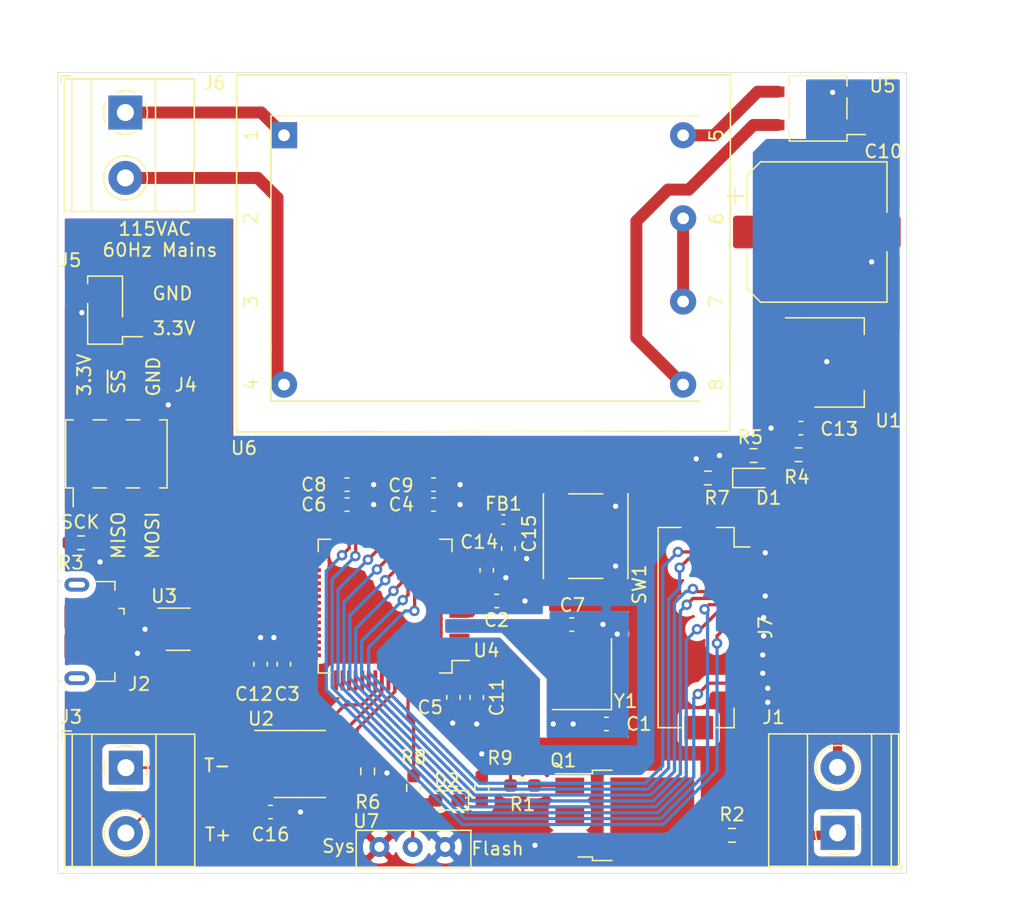
<source format=kicad_pcb>
(kicad_pcb (version 20171130) (host pcbnew 5.1.12-84ad8e8a86~92~ubuntu20.04.1)
  (layers (0 F.Cu signal) (31 B.Cu signal) (34 B.Paste user) (35 F.Paste user) (36 B.SilkS user) (37 F.SilkS user) (38 B.Mask user) (39 F.Mask user) (44 Edge.Cuts user))
  (net 0 "")
  (net 1 OSC_IN)
  (net 2 VSS)
  (net 3 NRST)
  (net 4 VDD_3.3)
  (net 5 OSC_OUT)
  (net 6 "Net-(C10-Pad1)")
  (net 7 VDD_10)
  (net 8 VDDA_3.3)
  (net 9 "Net-(J1-Pad1)")
  (net 10 "Net-(J2-Pad6)")
  (net 11 USB_CONN-)
  (net 12 VDD_5)
  (net 13 "Net-(J2-Pad4)")
  (net 14 USB_CONN+)
  (net 15 SPI_NSS)
  (net 16 SPI1_SCK)
  (net 17 SPI1_MOSI)
  (net 18 SPI1_MISO)
  (net 19 SPI2_MISO)
  (net 20 SPI2_~SS)
  (net 21 SPI2_SCK)
  (net 22 "Net-(Q1-Pad1)")
  (net 23 "Net-(Q1-Pad2)")
  (net 24 "Net-(Q1-Pad4)")
  (net 25 RELAY_CNTRL)
  (net 26 USBD-)
  (net 27 USBD+)
  (net 28 "Net-(U4-Pad2)")
  (net 29 "Net-(U4-Pad3)")
  (net 30 "Net-(U4-Pad4)")
  (net 31 "Net-(U4-Pad8)")
  (net 32 "Net-(U4-Pad9)")
  (net 33 "Net-(U4-Pad10)")
  (net 34 "Net-(U4-Pad14)")
  (net 35 "Net-(U4-Pad15)")
  (net 36 "Net-(U4-Pad16)")
  (net 37 "Net-(U4-Pad26)")
  (net 38 "Net-(U4-Pad27)")
  (net 39 "Net-(U4-Pad28)")
  (net 40 "Net-(U4-Pad37)")
  (net 41 "Net-(U4-Pad38)")
  (net 42 "Net-(U4-Pad39)")
  (net 43 "Net-(U4-Pad40)")
  (net 44 "Net-(U4-Pad41)")
  (net 45 "Net-(U4-Pad42)")
  (net 46 "Net-(U4-Pad43)")
  (net 47 "Net-(U4-Pad49)")
  (net 48 "Net-(U4-Pad50)")
  (net 49 "Net-(U4-Pad51)")
  (net 50 "Net-(U4-Pad52)")
  (net 51 "Net-(U4-Pad53)")
  (net 52 "Net-(U4-Pad54)")
  (net 53 "Net-(U4-Pad57)")
  (net 54 "Net-(U4-Pad59)")
  (net 55 "Net-(J6-Pad1)")
  (net 56 "Net-(J6-Pad2)")
  (net 57 "Net-(U5-Pad4)")
  (net 58 "Net-(U5-Pad3)")
  (net 59 "Net-(U6-Pad6)")
  (net 60 /T-)
  (net 61 /T+)
  (net 62 LEDA)
  (net 63 LEDK)
  (net 64 DC)
  (net 65 TE)
  (net 66 "Net-(J7-Pad22)")
  (net 67 ~RES)
  (net 68 ~CS)
  (net 69 RS)
  (net 70 SDA)
  (net 71 "Net-(D1-Pad1)")
  (net 72 "Net-(D2-Pad1)")
  (net 73 "Net-(D2-Pad2)")
  (net 74 BOOT0)
  (module Package_QFP:LQFP-64_10x10mm_P0.5mm (layer F.Cu) (at 64.3763 114.4397 180)
    (fp_text reference U4 (at -7.7343 -3.3909) (layer F.SilkS))
    (fp_text value STM32L053R6T6)
    (pad 1 smd roundrect (at -5.675 -3.75 180) (size 1.55 0.3) (layers F.Cu F.Paste F.Mask))
    (pad 2 smd roundrect (at -5.675 -3.25 180) (size 1.55 0.3) (layers F.Cu F.Paste F.Mask) (net 28 "Net-(U4-Pad2)"))
    (pad 3 smd roundrect (at -5.675 -2.75 180) (size 1.55 0.3) (layers F.Cu F.Paste F.Mask) (net 29 "Net-(U4-Pad3)"))
    (pad 4 smd roundrect (at -5.675 -2.25 180) (size 1.55 0.3) (layers F.Cu F.Paste F.Mask) (net 30 "Net-(U4-Pad4)"))
    (pad 5 smd roundrect (at -5.675 -1.75 180) (size 1.55 0.3) (layers F.Cu F.Paste F.Mask) (net 1 OSC_IN))
    (pad 6 smd roundrect (at -5.675 -1.25 180) (size 1.55 0.3) (layers F.Cu F.Paste F.Mask) (net 5 OSC_OUT))
    (pad 7 smd roundrect (at -5.675 -0.75 180) (size 1.55 0.3) (layers F.Cu F.Paste F.Mask) (net 3 NRST))
    (pad 8 smd roundrect (at -5.675 -0.25 180) (size 1.55 0.3) (layers F.Cu F.Paste F.Mask) (net 31 "Net-(U4-Pad8)"))
    (pad 9 smd roundrect (at -5.675 0.25 180) (size 1.55 0.3) (layers F.Cu F.Paste F.Mask) (net 32 "Net-(U4-Pad9)"))
    (pad 10 smd roundrect (at -5.675 0.75 180) (size 1.55 0.3) (layers F.Cu F.Paste F.Mask) (net 33 "Net-(U4-Pad10)"))
    (pad 11 smd roundrect (at -5.675 1.25 180) (size 1.55 0.3) (layers F.Cu F.Paste F.Mask))
    (pad 12 smd roundrect (at -5.675 1.75 180) (size 1.55 0.3) (layers F.Cu F.Paste F.Mask) (net 2 VSS))
    (pad 13 smd roundrect (at -5.675 2.25 180) (size 1.55 0.3) (layers F.Cu F.Paste F.Mask) (net 8 VDDA_3.3))
    (pad 14 smd roundrect (at -5.675 2.75 180) (size 1.55 0.3) (layers F.Cu F.Paste F.Mask) (net 34 "Net-(U4-Pad14)"))
    (pad 15 smd roundrect (at -5.675 3.25 180) (size 1.55 0.3) (layers F.Cu F.Paste F.Mask) (net 35 "Net-(U4-Pad15)"))
    (pad 16 smd roundrect (at -5.675 3.75 180) (size 1.55 0.3) (layers F.Cu F.Paste F.Mask) (net 36 "Net-(U4-Pad16)"))
    (pad 17 smd roundrect (at -3.75 5.675 180) (size 0.3 1.55) (layers F.Cu F.Paste F.Mask))
    (pad 18 smd roundrect (at -3.25 5.675 180) (size 0.3 1.55) (layers F.Cu F.Paste F.Mask) (net 2 VSS))
    (pad 19 smd roundrect (at -2.75 5.675 180) (size 0.3 1.55) (layers F.Cu F.Paste F.Mask) (net 4 VDD_3.3))
    (pad 20 smd roundrect (at -2.25 5.675 180) (size 0.3 1.55) (layers F.Cu F.Paste F.Mask) (net 62 LEDA))
    (pad 21 smd roundrect (at -1.75 5.675 180) (size 0.3 1.55) (layers F.Cu F.Paste F.Mask) (net 63 LEDK))
    (pad 22 smd roundrect (at -1.25 5.675 180) (size 0.3 1.55) (layers F.Cu F.Paste F.Mask) (net 67 ~RES))
    (pad 23 smd roundrect (at -0.75 5.675 180) (size 0.3 1.55) (layers F.Cu F.Paste F.Mask) (net 68 ~CS))
    (pad 24 smd roundrect (at -0.25 5.675 180) (size 0.3 1.55) (layers F.Cu F.Paste F.Mask) (net 69 RS))
    (pad 25 smd roundrect (at 0.25 5.675 180) (size 0.3 1.55) (layers F.Cu F.Paste F.Mask) (net 65 TE))
    (pad 26 smd roundrect (at 0.75 5.675 180) (size 0.3 1.55) (layers F.Cu F.Paste F.Mask) (net 37 "Net-(U4-Pad26)"))
    (pad 27 smd roundrect (at 1.25 5.675 180) (size 0.3 1.55) (layers F.Cu F.Paste F.Mask) (net 38 "Net-(U4-Pad27)"))
    (pad 28 smd roundrect (at 1.75 5.675 180) (size 0.3 1.55) (layers F.Cu F.Paste F.Mask) (net 39 "Net-(U4-Pad28)"))
    (pad 29 smd roundrect (at 2.25 5.675 180) (size 0.3 1.55) (layers F.Cu F.Paste F.Mask) (net 64 DC))
    (pad 30 smd roundrect (at 2.75 5.675 180) (size 0.3 1.55) (layers F.Cu F.Paste F.Mask) (net 70 SDA))
    (pad 31 smd roundrect (at 3.25 5.675 180) (size 0.3 1.55) (layers F.Cu F.Paste F.Mask) (net 2 VSS))
    (pad 32 smd roundrect (at 3.75 5.675 180) (size 0.3 1.55) (layers F.Cu F.Paste F.Mask) (net 4 VDD_3.3))
    (pad 33 smd roundrect (at 5.675 3.75 180) (size 1.55 0.3) (layers F.Cu F.Paste F.Mask) (net 15 SPI_NSS))
    (pad 34 smd roundrect (at 5.675 3.25 180) (size 1.55 0.3) (layers F.Cu F.Paste F.Mask) (net 16 SPI1_SCK))
    (pad 35 smd roundrect (at 5.675 2.75 180) (size 1.55 0.3) (layers F.Cu F.Paste F.Mask) (net 18 SPI1_MISO))
    (pad 36 smd roundrect (at 5.675 2.25 180) (size 1.55 0.3) (layers F.Cu F.Paste F.Mask) (net 17 SPI1_MOSI))
    (pad 37 smd roundrect (at 5.675 1.75 180) (size 1.55 0.3) (layers F.Cu F.Paste F.Mask) (net 40 "Net-(U4-Pad37)"))
    (pad 38 smd roundrect (at 5.675 1.25 180) (size 1.55 0.3) (layers F.Cu F.Paste F.Mask) (net 41 "Net-(U4-Pad38)"))
    (pad 39 smd roundrect (at 5.675 0.75 180) (size 1.55 0.3) (layers F.Cu F.Paste F.Mask) (net 42 "Net-(U4-Pad39)"))
    (pad 40 smd roundrect (at 5.675 0.25 180) (size 1.55 0.3) (layers F.Cu F.Paste F.Mask) (net 43 "Net-(U4-Pad40)"))
    (pad 41 smd roundrect (at 5.675 -0.25 180) (size 1.55 0.3) (layers F.Cu F.Paste F.Mask) (net 44 "Net-(U4-Pad41)"))
    (pad 42 smd roundrect (at 5.675 -0.75 180) (size 1.55 0.3) (layers F.Cu F.Paste F.Mask) (net 45 "Net-(U4-Pad42)"))
    (pad 43 smd roundrect (at 5.675 -1.25 180) (size 1.55 0.3) (layers F.Cu F.Paste F.Mask) (net 46 "Net-(U4-Pad43)"))
    (pad 44 smd roundrect (at 5.675 -1.75 180) (size 1.55 0.3) (layers F.Cu F.Paste F.Mask) (net 26 USBD-))
    (pad 45 smd roundrect (at 5.675 -2.25 180) (size 1.55 0.3) (layers F.Cu F.Paste F.Mask) (net 27 USBD+))
    (pad 46 smd roundrect (at 5.675 -2.75 180) (size 1.55 0.3) (layers F.Cu F.Paste F.Mask))
    (pad 47 smd roundrect (at 5.675 -3.25 180) (size 1.55 0.3) (layers F.Cu F.Paste F.Mask) (net 2 VSS))
    (pad 48 smd roundrect (at 5.675 -3.75 180) (size 1.55 0.3) (layers F.Cu F.Paste F.Mask) (net 4 VDD_3.3))
    (pad 49 smd roundrect (at 3.75 -5.675 180) (size 0.3 1.55) (layers F.Cu F.Paste F.Mask) (net 47 "Net-(U4-Pad49)"))
    (pad 50 smd roundrect (at 3.25 -5.675 180) (size 0.3 1.55) (layers F.Cu F.Paste F.Mask) (net 48 "Net-(U4-Pad50)"))
    (pad 51 smd roundrect (at 2.75 -5.675 180) (size 0.3 1.55) (layers F.Cu F.Paste F.Mask) (net 49 "Net-(U4-Pad51)"))
    (pad 52 smd roundrect (at 2.25 -5.675 180) (size 0.3 1.55) (layers F.Cu F.Paste F.Mask) (net 50 "Net-(U4-Pad52)"))
    (pad 53 smd roundrect (at 1.75 -5.675 180) (size 0.3 1.55) (layers F.Cu F.Paste F.Mask) (net 51 "Net-(U4-Pad53)"))
    (pad 54 smd roundrect (at 1.25 -5.675 180) (size 0.3 1.55) (layers F.Cu F.Paste F.Mask) (net 52 "Net-(U4-Pad54)"))
    (pad 55 smd roundrect (at 0.75 -5.675 180) (size 0.3 1.55) (layers F.Cu F.Paste F.Mask) (net 21 SPI2_SCK))
    (pad 56 smd roundrect (at 0.25 -5.675 180) (size 0.3 1.55) (layers F.Cu F.Paste F.Mask) (net 19 SPI2_MISO))
    (pad 57 smd roundrect (at -0.25 -5.675 180) (size 0.3 1.55) (layers F.Cu F.Paste F.Mask) (net 53 "Net-(U4-Pad57)"))
    (pad 58 smd roundrect (at -0.75 -5.675 180) (size 0.3 1.55) (layers F.Cu F.Paste F.Mask) (net 20 SPI2_~SS))
    (pad 59 smd roundrect (at -1.25 -5.675 180) (size 0.3 1.55) (layers F.Cu F.Paste F.Mask) (net 54 "Net-(U4-Pad59)"))
    (pad 60 smd roundrect (at -1.75 -5.675 180) (size 0.3 1.55) (layers F.Cu F.Paste F.Mask) (net 74 BOOT0))
    (pad 61 smd roundrect (at -2.25 -5.675 180) (size 0.3 1.55) (layers F.Cu F.Paste F.Mask) (net 25 RELAY_CNTRL))
    (pad 62 smd roundrect (at -2.75 -5.675 180) (size 0.3 1.55) (layers F.Cu F.Paste F.Mask))
    (pad 63 smd roundrect (at -3.25 -5.675 180) (size 0.3 1.55) (layers F.Cu F.Paste F.Mask) (net 2 VSS))
    (pad 64 smd roundrect (at -3.75 -5.675 180) (size 0.3 1.55) (layers F.Cu F.Paste F.Mask) (net 4 VDD_3.3))
  )
  (module Package_SO:SOIC-8_3.9x4.9mm_P1.27mm (layer F.Cu) (at 57.8739 126.5047)
    (fp_text reference U2 (at -2.9718 -3.4544) (layer F.SilkS))
    (fp_text value MAX31855KASA)
    (pad 1 smd roundrect (at -2.475 -1.905) (size 1.95 0.6) (layers F.Cu F.Paste F.Mask) (net 2 VSS))
    (pad 2 smd roundrect (at -2.475 -0.635) (size 1.95 0.6) (layers F.Cu F.Paste F.Mask) (net 60 /T-))
    (pad 3 smd roundrect (at -2.475 0.635) (size 1.95 0.6) (layers F.Cu F.Paste F.Mask) (net 61 /T+))
    (pad 4 smd roundrect (at -2.475 1.905) (size 1.95 0.6) (layers F.Cu F.Paste F.Mask) (net 4 VDD_3.3))
    (pad 5 smd roundrect (at 2.475 1.905) (size 1.95 0.6) (layers F.Cu F.Paste F.Mask) (net 21 SPI2_SCK))
    (pad 6 smd roundrect (at 2.475 0.635) (size 1.95 0.6) (layers F.Cu F.Paste F.Mask) (net 20 SPI2_~SS))
    (pad 7 smd roundrect (at 2.475 -0.635) (size 1.95 0.6) (layers F.Cu F.Paste F.Mask) (net 19 SPI2_MISO))
    (pad 8 smd roundrect (at 2.475 -1.905) (size 1.95 0.6) (layers F.Cu F.Paste F.Mask))
  )
  (module Connector_FFC-FPC:Hirose_FH12-24S-0.5SH_1x24-1MP_P0.50mm_Horizontal (layer F.Cu) (at 89.7255 116.078 270)
    (fp_text reference J7 (at 0 -3.7 90) (layer F.SilkS))
    (fp_text value Conn_01x24_Male)
    (pad MP smd rect (at 7.65 1.4 270) (size 1.8 2.2) (layers F.Cu F.Paste F.Mask))
    (pad MP smd rect (at -7.65 1.4 270) (size 1.8 2.2) (layers F.Cu F.Paste F.Mask))
    (pad 1 smd rect (at -5.75 -1.85 270) (size 0.3 1.3) (layers F.Cu F.Paste F.Mask) (net 62 LEDA))
    (pad 2 smd rect (at -5.25 -1.85 270) (size 0.3 1.3) (layers F.Cu F.Paste F.Mask) (net 63 LEDK))
    (pad 3 smd rect (at -4.75 -1.85 270) (size 0.3 1.3) (layers F.Cu F.Paste F.Mask) (net 2 VSS))
    (pad 4 smd rect (at -4.25 -1.85 270) (size 0.3 1.3) (layers F.Cu F.Paste F.Mask) (net 4 VDD_3.3))
    (pad 5 smd rect (at -3.75 -1.85 270) (size 0.3 1.3) (layers F.Cu F.Paste F.Mask) (net 4 VDD_3.3))
    (pad 6 smd rect (at -3.25 -1.85 270) (size 0.3 1.3) (layers F.Cu F.Paste F.Mask) (net 2 VSS))
    (pad 7 smd rect (at -2.75 -1.85 270) (size 0.3 1.3) (layers F.Cu F.Paste F.Mask) (net 67 ~RES))
    (pad 8 smd rect (at -2.25 -1.85 270) (size 0.3 1.3) (layers F.Cu F.Paste F.Mask) (net 68 ~CS))
    (pad 9 smd rect (at -1.75 -1.85 270) (size 0.3 1.3) (layers F.Cu F.Paste F.Mask) (net 64 DC))
    (pad 10 smd rect (at -1.25 -1.85 270) (size 0.3 1.3) (layers F.Cu F.Paste F.Mask) (net 69 RS))
    (pad 11 smd rect (at -0.75 -1.85 270) (size 0.3 1.3) (layers F.Cu F.Paste F.Mask) (net 2 VSS))
    (pad 12 smd rect (at -0.25 -1.85 270) (size 0.3 1.3) (layers F.Cu F.Paste F.Mask) (net 70 SDA))
    (pad 13 smd rect (at 0.25 -1.85 270) (size 0.3 1.3) (layers F.Cu F.Paste F.Mask) (net 2 VSS))
    (pad 14 smd rect (at 0.75 -1.85 270) (size 0.3 1.3) (layers F.Cu F.Paste F.Mask) (net 2 VSS))
    (pad 15 smd rect (at 1.25 -1.85 270) (size 0.3 1.3) (layers F.Cu F.Paste F.Mask) (net 2 VSS))
    (pad 16 smd rect (at 1.75 -1.85 270) (size 0.3 1.3) (layers F.Cu F.Paste F.Mask) (net 2 VSS))
    (pad 17 smd rect (at 2.25 -1.85 270) (size 0.3 1.3) (layers F.Cu F.Paste F.Mask) (net 2 VSS))
    (pad 18 smd rect (at 2.75 -1.85 270) (size 0.3 1.3) (layers F.Cu F.Paste F.Mask) (net 2 VSS))
    (pad 19 smd rect (at 3.25 -1.85 270) (size 0.3 1.3) (layers F.Cu F.Paste F.Mask) (net 2 VSS))
    (pad 20 smd rect (at 3.75 -1.85 270) (size 0.3 1.3) (layers F.Cu F.Paste F.Mask) (net 2 VSS))
    (pad 21 smd rect (at 4.25 -1.85 270) (size 0.3 1.3) (layers F.Cu F.Paste F.Mask) (net 65 TE))
    (pad 22 smd rect (at 4.75 -1.85 270) (size 0.3 1.3) (layers F.Cu F.Paste F.Mask) (net 66 "Net-(J7-Pad22)"))
    (pad 23 smd rect (at 5.25 -1.85 270) (size 0.3 1.3) (layers F.Cu F.Paste F.Mask) (net 2 VSS))
    (pad 24 smd rect (at 5.75 -1.85 270) (size 0.3 1.3) (layers F.Cu F.Paste F.Mask) (net 2 VSS))
  )
  (module Button_Switch_SMD:SW_Push_1P1T_NO_6x6mm_H9.5mm (layer F.Cu) (at 79.6925 109.093 90)
    (fp_text reference SW1 (at -3.6957 4.1021 90) (layer F.SilkS))
    (fp_text value SW_DIP_x01)
    (pad 2 smd rect (at -3.975 2.25 90) (size 1.55 1.3) (layers F.Cu F.Paste F.Mask) (net 2 VSS))
    (pad 1 smd rect (at -3.975 -2.25 90) (size 1.55 1.3) (layers F.Cu F.Paste F.Mask) (net 3 NRST))
    (pad 1 smd rect (at 3.975 -2.25 90) (size 1.55 1.3) (layers F.Cu F.Paste F.Mask) (net 3 NRST))
    (pad 2 smd rect (at 3.975 2.25 90) (size 1.55 1.3) (layers F.Cu F.Paste F.Mask) (net 2 VSS))
  )
  (module Capacitor_SMD:C_0603_1608Metric (layer F.Cu) (at 55.626 130.175)
    (fp_text reference C16 (at 0 1.7145) (layer F.SilkS))
    (fp_text value 0.1uF)
    (pad 1 smd roundrect (at -0.775 0) (size 0.9 0.95) (layers F.Cu F.Paste F.Mask) (net 4 VDD_3.3))
    (pad 2 smd roundrect (at 0.775 0) (size 0.9 0.95) (layers F.Cu F.Paste F.Mask) (net 2 VSS))
  )
  (module Resistor_SMD:R_0603_1608Metric_Pad0.98x0.95mm_HandSolder (layer F.Cu) (at 92.5195 102.9335 180)
    (fp_text reference R5 (at 0.254 1.397) (layer F.SilkS))
    (fp_text value 1k)
    (pad 2 smd roundrect (at 0.9125 0 180) (size 0.975 0.95) (layers F.Cu F.Paste F.Mask) (net 2 VSS))
    (pad 1 smd roundrect (at -0.9125 0 180) (size 0.975 0.95) (layers F.Cu F.Paste F.Mask) (net 4 VDD_3.3))
  )
  (module Resistor_SMD:R_0603_1608Metric_Pad0.98x0.95mm_HandSolder (layer F.Cu) (at 95.9485 102.87 180)
    (fp_text reference R4 (at 0.127 -1.7145) (layer F.SilkS))
    (fp_text value 2k)
    (pad 1 smd roundrect (at -0.9125 0 180) (size 0.975 0.95) (layers F.Cu F.Paste F.Mask) (net 7 VDD_10))
    (pad 2 smd roundrect (at 0.9125 0 180) (size 0.975 0.95) (layers F.Cu F.Paste F.Mask) (net 4 VDD_3.3))
  )
  (module Capacitor_SMD:C_0603_1608Metric (layer F.Cu) (at 96.139 100.838 180)
    (fp_text reference C13 (at -2.921 -0.0635) (layer F.SilkS))
    (fp_text value 22uF)
    (pad 2 smd roundrect (at 0.775 0 180) (size 0.9 0.95) (layers F.Cu F.Paste F.Mask) (net 2 VSS))
    (pad 1 smd roundrect (at -0.775 0 180) (size 0.9 0.95) (layers F.Cu F.Paste F.Mask) (net 7 VDD_10))
  )
  (module Capacitor_SMD:CP_Elec_10x14.3 (layer F.Cu) (at 97.3455 85.852)
    (fp_text reference C10 (at 5.08 -6.1595) (layer F.SilkS))
    (fp_text value 470uF)
    (pad 2 smd roundrect (at 4.2 0) (size 4.4 2.5) (layers F.Cu F.Paste F.Mask) (roundrect_rratio 0.1) (net 2 VSS))
    (pad 1 smd roundrect (at -4.2 0) (size 4.4 2.5) (layers F.Cu F.Paste F.Mask) (roundrect_rratio 0.1) (net 6 "Net-(C10-Pad1)"))
  )
  (module Capacitor_SMD:C_0603_1608Metric (layer F.Cu) (at 73.787 110.0455 270)
    (fp_text reference C15 (at -1.143 -1.5875 270) (layer F.SilkS))
    (fp_text value 100nF)
    (pad 2 smd roundrect (at 0.775 0 270) (size 0.9 0.95) (layers F.Cu F.Paste F.Mask) (net 2 VSS))
    (pad 1 smd roundrect (at -0.775 0 270) (size 0.9 0.95) (layers F.Cu F.Paste F.Mask) (net 8 VDDA_3.3))
  )
  (module Capacitor_SMD:C_0603_1608Metric (layer F.Cu) (at 54.864 118.872 90)
    (fp_text reference C12 (at -2.286 -0.508 180) (layer F.SilkS))
    (fp_text value 100nF)
    (pad 2 smd roundrect (at 0.775 0 90) (size 0.9 0.95) (layers F.Cu F.Paste F.Mask) (net 2 VSS))
    (pad 1 smd roundrect (at -0.775 0 90) (size 0.9 0.95) (layers F.Cu F.Paste F.Mask) (net 4 VDD_3.3))
  )
  (module Capacitor_SMD:C_0603_1608Metric (layer F.Cu) (at 71.374 121.412 270)
    (fp_text reference C11 (at 0 -1.524 270) (layer F.SilkS))
    (fp_text value 100nF)
    (pad 1 smd roundrect (at -0.775 0 270) (size 0.9 0.95) (layers F.Cu F.Paste F.Mask) (net 4 VDD_3.3))
    (pad 2 smd roundrect (at 0.775 0 270) (size 0.9 0.95) (layers F.Cu F.Paste F.Mask) (net 2 VSS))
  )
  (module Capacitor_SMD:C_0603_1608Metric (layer F.Cu) (at 68.072 105.156)
    (fp_text reference C9 (at -2.4892 0.0635) (layer F.SilkS))
    (fp_text value 100nF)
    (pad 1 smd roundrect (at -0.775 0) (size 0.9 0.95) (layers F.Cu F.Paste F.Mask) (net 4 VDD_3.3))
    (pad 2 smd roundrect (at 0.775 0) (size 0.9 0.95) (layers F.Cu F.Paste F.Mask) (net 2 VSS))
  )
  (module Capacitor_SMD:C_0603_1608Metric (layer F.Cu) (at 61.468 105.156)
    (fp_text reference C8 (at -2.54 0) (layer F.SilkS))
    (fp_text value 100nF)
    (pad 2 smd roundrect (at 0.775 0) (size 0.9 0.95) (layers F.Cu F.Paste F.Mask) (net 2 VSS))
    (pad 1 smd roundrect (at -0.775 0) (size 0.9 0.95) (layers F.Cu F.Paste F.Mask) (net 4 VDD_3.3))
  )
  (module Capacitor_SMD:C_0603_1608Metric (layer F.Cu) (at 78.6257 115.8494 180)
    (fp_text reference C7 (at -0.0508 1.4859 180) (layer F.SilkS))
    (fp_text value 8pF)
    (pad 2 smd roundrect (at 0.775 0 180) (size 0.9 0.95) (layers F.Cu F.Paste F.Mask) (net 5 OSC_OUT))
    (pad 1 smd roundrect (at -0.775 0 180) (size 0.9 0.95) (layers F.Cu F.Paste F.Mask) (net 2 VSS))
  )
  (module Capacitor_SMD:C_0603_1608Metric (layer F.Cu) (at 61.468 106.68)
    (fp_text reference C6 (at -2.54 0) (layer F.SilkS))
    (fp_text value 10uF)
    (pad 1 smd roundrect (at -0.775 0) (size 0.9 0.95) (layers F.Cu F.Paste F.Mask) (net 4 VDD_3.3))
    (pad 2 smd roundrect (at 0.775 0) (size 0.9 0.95) (layers F.Cu F.Paste F.Mask) (net 2 VSS))
  )
  (module Capacitor_SMD:C_0603_1608Metric (layer F.Cu) (at 69.596 121.412 270)
    (fp_text reference C5 (at 0.762 1.778 180) (layer F.SilkS))
    (fp_text value 10uF)
    (pad 2 smd roundrect (at 0.775 0 270) (size 0.9 0.95) (layers F.Cu F.Paste F.Mask) (net 2 VSS))
    (pad 1 smd roundrect (at -0.775 0 270) (size 0.9 0.95) (layers F.Cu F.Paste F.Mask) (net 4 VDD_3.3))
  )
  (module Capacitor_SMD:C_0603_1608Metric (layer F.Cu) (at 68.072 106.68)
    (fp_text reference C4 (at -2.4638 0) (layer F.SilkS))
    (fp_text value 10uF)
    (pad 1 smd roundrect (at -0.775 0) (size 0.9 0.95) (layers F.Cu F.Paste F.Mask) (net 4 VDD_3.3))
    (pad 2 smd roundrect (at 0.775 0) (size 0.9 0.95) (layers F.Cu F.Paste F.Mask) (net 2 VSS))
  )
  (module Capacitor_SMD:C_0603_1608Metric (layer F.Cu) (at 56.642 118.872 90)
    (fp_text reference C3 (at -2.286 0.254 180) (layer F.SilkS))
    (fp_text value 10uF)
    (pad 2 smd roundrect (at 0.775 0 90) (size 0.9 0.95) (layers F.Cu F.Paste F.Mask) (net 2 VSS))
    (pad 1 smd roundrect (at -0.775 0 90) (size 0.9 0.95) (layers F.Cu F.Paste F.Mask) (net 4 VDD_3.3))
  )
  (module Capacitor_SMD:C_0603_1608Metric (layer F.Cu) (at 72.898 114.046)
    (fp_text reference C2 (at 0 1.4605) (layer F.SilkS))
    (fp_text value 0.1uF)
    (pad 1 smd roundrect (at -0.775 0) (size 0.9 0.95) (layers F.Cu F.Paste F.Mask) (net 3 NRST))
    (pad 2 smd roundrect (at 0.775 0) (size 0.9 0.95) (layers F.Cu F.Paste F.Mask) (net 2 VSS))
  )
  (module Capacitor_SMD:C_0603_1608Metric (layer F.Cu) (at 81.28 123.444 180)
    (fp_text reference C1 (at -2.4765 0) (layer F.SilkS))
    (fp_text value 8pF)
    (pad 1 smd roundrect (at -0.775 0 180) (size 0.9 0.95) (layers F.Cu F.Paste F.Mask) (net 1 OSC_IN))
    (pad 2 smd roundrect (at 0.775 0 180) (size 0.9 0.95) (layers F.Cu F.Paste F.Mask) (net 2 VSS))
  )
  (module Connector_USB:USB_Micro-B_GCT_USB3076-30-A (layer F.Cu) (at 42.0305 116.3765 270)
    (fp_text reference J2 (at 4.0195 -3.5625 180) (layer F.SilkS))
    (fp_text value USB_B_Micro)
    (pad 6 smd rect (at -2.32 -1.03 270) (size 1.15 1.45) (layers F.Cu F.Paste F.Mask) (net 10 "Net-(J2-Pad6)"))
    (pad 6 smd rect (at 2.32 -1.03 270) (size 1.15 1.45) (layers F.Cu F.Paste F.Mask) (net 10 "Net-(J2-Pad6)"))
    (pad 6 thru_hole oval (at 3.575 1.2 270) (size 1.05 1.9) (drill oval 0.45 1.25) (layers *.Cu *.Mask) (net 10 "Net-(J2-Pad6)"))
    (pad 6 thru_hole oval (at -3.575 1.2 90) (size 1.05 1.9) (drill oval 0.45 1.25) (layers *.Cu *.Mask) (net 10 "Net-(J2-Pad6)"))
    (pad 6 smd rect (at -1.125 1.2 270) (size 1.75 1.9) (layers F.Cu F.Paste F.Mask) (net 10 "Net-(J2-Pad6)"))
    (pad 3 smd rect (at 0 -1.45 270) (size 0.4 1.4) (layers F.Cu F.Paste F.Mask) (net 14 USB_CONN+))
    (pad 4 smd rect (at 0.65 -1.45 270) (size 0.4 1.4) (layers F.Cu F.Paste F.Mask) (net 13 "Net-(J2-Pad4)"))
    (pad 5 smd rect (at 1.3 -1.45 270) (size 0.4 1.4) (layers F.Cu F.Paste F.Mask) (net 2 VSS))
    (pad 1 smd rect (at -1.3 -1.45 270) (size 0.4 1.4) (layers F.Cu F.Paste F.Mask) (net 12 VDD_5))
    (pad 2 smd rect (at -0.65 -1.45 270) (size 0.4 1.4) (layers F.Cu F.Paste F.Mask) (net 11 USB_CONN-))
    (pad 6 smd rect (at 1.125 1.2 270) (size 1.75 1.9) (layers F.Cu F.Paste F.Mask) (net 10 "Net-(J2-Pad6)"))
  )
  (module Inductor_SMD:L_0402_1005Metric_Pad0.77x0.64mm_HandSolder (layer F.Cu) (at 73.406 107.823 180)
    (fp_text reference FB1 (at 0 1.2065) (layer F.SilkS))
    (fp_text value "MMZ1005S601HTD25 ")
    (pad 1 smd roundrect (at -0.5725 0 180) (size 0.765 0.64) (layers F.Cu F.Paste F.Mask) (net 8 VDDA_3.3))
    (pad 2 smd roundrect (at 0.5725 0 180) (size 0.765 0.64) (layers F.Cu F.Paste F.Mask) (net 4 VDD_3.3))
  )
  (module TerminalBlock_Phoenix:TerminalBlock_Phoenix_MKDS-1,5-2_1x02_P5.00mm_Horizontal (layer F.Cu) (at 98.933 131.7625 90)
    (fp_text reference J1 (at 8.8265 -4.8895 180) (layer F.SilkS))
    (fp_text value Conn_01x02_Male)
    (pad 2 thru_hole circle (at 5 0 90) (size 2.6 2.6) (drill 1.3) (layers *.Cu *.Mask) (net 7 VDD_10))
    (pad 1 thru_hole rect (at 0 0 90) (size 2.6 2.6) (drill 1.3) (layers *.Cu *.Mask) (net 9 "Net-(J1-Pad1)"))
  )
  (module TerminalBlock_Phoenix:TerminalBlock_Phoenix_MKDS-1,5-2_1x02_P5.00mm_Horizontal (layer F.Cu) (at 44.577 126.7841 270)
    (fp_text reference J3 (at -3.8735 4.191 180) (layer F.SilkS))
    (fp_text value Conn_01x02_Male)
    (pad 1 thru_hole rect (at 0 0 270) (size 2.6 2.6) (drill 1.3) (layers *.Cu *.Mask) (net 60 /T-))
    (pad 2 thru_hole circle (at 5 0 270) (size 2.6 2.6) (drill 1.3) (layers *.Cu *.Mask) (net 61 /T+))
  )
  (module Connector_PinHeader_2.54mm:PinHeader_2x03_P2.54mm_Vertical_SMD (layer F.Cu) (at 43.8531 102.8065 90)
    (fp_text reference J4 (at 5.2705 5.2959 180) (layer F.SilkS))
    (fp_text value Conn_02x03_Top_Bottom)
    (pad 6 smd rect (at 2.525 2.54 90) (size 3.15 1) (layers F.Cu F.Paste F.Mask) (net 2 VSS))
    (pad 5 smd rect (at -2.525 2.54 90) (size 3.15 1) (layers F.Cu F.Paste F.Mask) (net 17 SPI1_MOSI))
    (pad 4 smd rect (at 2.525 0 90) (size 3.15 1) (layers F.Cu F.Paste F.Mask) (net 15 SPI_NSS))
    (pad 3 smd rect (at -2.525 0 90) (size 3.15 1) (layers F.Cu F.Paste F.Mask) (net 18 SPI1_MISO))
    (pad 2 smd rect (at 2.525 -2.54 90) (size 3.15 1) (layers F.Cu F.Paste F.Mask) (net 4 VDD_3.3))
    (pad 1 smd rect (at -2.525 -2.54 90) (size 3.15 1) (layers F.Cu F.Paste F.Mask) (net 16 SPI1_SCK))
  )
  (module Package_TO_SOT_SMD:TO-252-3_TabPin4 (layer F.Cu) (at 82.677 130.429)
    (fp_text reference Q1 (at -4.699 -4.191) (layer F.SilkS))
    (fp_text value 2SD1805)
    (pad 1 smd rect (at -4.2 -2.28) (size 2.2 1.2) (layers F.Cu F.Paste F.Mask) (net 22 "Net-(Q1-Pad1)"))
    (pad 2 smd rect (at -4.2 0) (size 2.2 1.2) (layers F.Cu F.Paste F.Mask) (net 23 "Net-(Q1-Pad2)"))
    (pad 3 smd rect (at -4.2 2.28) (size 2.2 1.2) (layers F.Cu F.Paste F.Mask) (net 2 VSS))
    (pad 4 smd rect (at 2.1 0) (size 6.4 5.8) (layers F.Cu F.Mask) (net 24 "Net-(Q1-Pad4)"))
  )
  (module Resistor_SMD:R_0603_1608Metric_Pad0.98x0.95mm_HandSolder (layer F.Cu) (at 74.8665 128.143 180)
    (fp_text reference R1 (at 0 -1.43) (layer F.SilkS))
    (fp_text value 260)
    (pad 1 smd roundrect (at -0.9125 0 180) (size 0.975 0.95) (layers F.Cu F.Paste F.Mask) (net 22 "Net-(Q1-Pad1)"))
    (pad 2 smd roundrect (at 0.9125 0 180) (size 0.975 0.95) (layers F.Cu F.Paste F.Mask) (net 25 RELAY_CNTRL))
  )
  (module Resistor_SMD:R_0603_1608Metric_Pad0.98x0.95mm_HandSolder (layer F.Cu) (at 90.8685 131.953 180)
    (fp_text reference R2 (at 0 1.5875) (layer F.SilkS))
    (fp_text value 653)
    (pad 2 smd roundrect (at 0.9125 0 180) (size 0.975 0.95) (layers F.Cu F.Paste F.Mask) (net 24 "Net-(Q1-Pad4)"))
    (pad 1 smd roundrect (at -0.9125 0 180) (size 0.975 0.95) (layers F.Cu F.Paste F.Mask) (net 9 "Net-(J1-Pad1)"))
  )
  (module Resistor_SMD:R_0603_1608Metric_Pad0.98x0.95mm_HandSolder (layer F.Cu) (at 41.148 109.601)
    (fp_text reference R3 (at -0.762 1.524 180) (layer F.SilkS))
    (fp_text value 10k)
    (pad 1 smd roundrect (at -0.9125 0) (size 0.975 0.95) (layers F.Cu F.Paste F.Mask) (net 16 SPI1_SCK))
    (pad 2 smd roundrect (at 0.9125 0) (size 0.975 0.95) (layers F.Cu F.Paste F.Mask) (net 2 VSS))
  )
  (module Package_TO_SOT_SMD:SOT-23-6 (layer F.Cu) (at 48.5775 116.205)
    (fp_text reference U3 (at -1.0795 -2.5273) (layer F.SilkS))
    (fp_text value "RCLAMP0502A.TCT ")
    (pad 1 smd rect (at -1.1 -0.95) (size 1.06 0.65) (layers F.Cu F.Paste F.Mask) (net 11 USB_CONN-))
    (pad 2 smd rect (at -1.1 0) (size 1.06 0.65) (layers F.Cu F.Paste F.Mask) (net 2 VSS))
    (pad 3 smd rect (at -1.1 0.95) (size 1.06 0.65) (layers F.Cu F.Paste F.Mask) (net 14 USB_CONN+))
    (pad 4 smd rect (at 1.1 0.95) (size 1.06 0.65) (layers F.Cu F.Paste F.Mask) (net 27 USBD+))
    (pad 6 smd rect (at 1.1 -0.95) (size 1.06 0.65) (layers F.Cu F.Paste F.Mask) (net 26 USBD-))
    (pad 5 smd rect (at 1.1 0) (size 1.06 0.65) (layers F.Cu F.Paste F.Mask) (net 12 VDD_5))
  )
  (module Package_TO_SOT_SMD:TO-269AA (layer F.Cu) (at 97.4471 76.4032 180)
    (fp_text reference U5 (at -4.9149 1.7272) (layer F.SilkS))
    (fp_text value CDBHD140L-G)
    (pad 1 smd rect (at -3.075 -1.27 180) (size 1 0.8) (layers F.Cu F.Paste F.Mask) (net 6 "Net-(C10-Pad1)"))
    (pad 2 smd rect (at -3.075 1.27 180) (size 1 0.8) (layers F.Cu F.Paste F.Mask) (net 2 VSS))
    (pad 3 smd rect (at 3.075 1.27 180) (size 1 0.8) (layers F.Cu F.Paste F.Mask) (net 58 "Net-(U5-Pad3)"))
    (pad 4 smd rect (at 3.075 -1.27 180) (size 1 0.8) (layers F.Cu F.Paste F.Mask) (net 57 "Net-(U5-Pad4)"))
  )
  (module Crystal:Crystal_SMD_3225-4Pin_3.2x2.5mm_HandSoldering (layer F.Cu) (at 79.4131 119.6467 90)
    (fp_text reference Y1 (at -2.0574 3.3274 180) (layer F.SilkS))
    (fp_text value Crystal_GND24)
    (pad 1 smd rect (at -1.45 1.15 90) (size 2.1 1.8) (layers F.Cu F.Paste F.Mask) (net 1 OSC_IN))
    (pad 2 smd rect (at 1.45 1.15 90) (size 2.1 1.8) (layers F.Cu F.Paste F.Mask) (net 2 VSS))
    (pad 3 smd rect (at 1.45 -1.15 90) (size 2.1 1.8) (layers F.Cu F.Paste F.Mask) (net 5 OSC_OUT))
    (pad 4 smd rect (at -1.45 -1.15 90) (size 2.1 1.8) (layers F.Cu F.Paste F.Mask) (net 2 VSS))
  )
  (module Package_TO_SOT_SMD:SOT-223 (layer F.Cu) (at 99.06 95.8215)
    (fp_text reference U1 (at 3.7465 4.445) (layer F.SilkS))
    (fp_text value LM2940IMPX-10/NOPB)
    (pad 4 smd rect (at 3.15 0) (size 2 3.8) (layers F.Cu F.Paste F.Mask))
    (pad 2 smd rect (at -3.15 0) (size 2 1.5) (layers F.Cu F.Paste F.Mask) (net 2 VSS))
    (pad 3 smd rect (at -3.15 2.3) (size 2 1.5) (layers F.Cu F.Paste F.Mask) (net 7 VDD_10))
    (pad 1 smd rect (at -3.15 -2.3) (size 2 1.5) (layers F.Cu F.Paste F.Mask) (net 6 "Net-(C10-Pad1)"))
  )
  (module TerminalBlock_Phoenix:TerminalBlock_Phoenix_MKDS-1,5-2_1x02_P5.00mm_Horizontal (layer F.Cu) (at 44.5389 76.7207 270)
    (fp_text reference J6 (at -2.2606 -6.8072 180) (layer F.SilkS))
    (fp_text value Conn_01x02_Male)
    (pad 1 thru_hole rect (at 0 0 270) (size 2.6 2.6) (drill 1.3) (layers *.Cu *.Mask) (net 55 "Net-(J6-Pad1)"))
    (pad 2 thru_hole circle (at 5 0 270) (size 2.6 2.6) (drill 1.3) (layers *.Cu *.Mask) (net 56 "Net-(J6-Pad2)"))
  )
  (module F24-100-C2:Transformer_Breve_TEZ-22x24 (layer F.Cu) (at 56.6547 78.4606 270)
    (fp_text reference U6 (at 23.9014 3.0607 180) (layer F.SilkS))
    (fp_text value F24-100-C2)
    (fp_text user 8 (at 19.05 -33.02 90) (layer F.SilkS))
    (fp_text user 7 (at 12.7 -33.02 90) (layer F.SilkS))
    (fp_text user 6 (at 6.35 -33.02 90) (layer F.SilkS))
    (fp_text user 5 (at 0 -33.02 90) (layer F.SilkS))
    (fp_text user 4 (at 19.05 2.5 90) (layer F.SilkS))
    (fp_text user 3 (at 12.7 2.5 90) (layer F.SilkS))
    (fp_text user 2 (at 6.35 2.54 90) (layer F.SilkS))
    (fp_text user 1 (at 0 2.5 90) (layer F.SilkS))
    (pad 1 thru_hole rect (at 0 0 270) (size 2 2) (drill 0.9) (layers *.Cu *.Mask) (net 55 "Net-(J6-Pad1)"))
    (pad 4 thru_hole circle (at 19.05 0 270) (size 2 2) (drill 0.9) (layers *.Cu *.Mask) (net 56 "Net-(J6-Pad2)"))
    (pad 5 thru_hole circle (at 0 -30.48 270) (size 2 2) (drill 0.9) (layers *.Cu *.Mask) (net 58 "Net-(U5-Pad3)"))
    (pad 6 thru_hole circle (at 6.35 -30.48 270) (size 2 2) (drill 0.9) (layers *.Cu *.Mask) (net 59 "Net-(U6-Pad6)"))
    (pad 7 thru_hole circle (at 12.7 -30.48 270) (size 2 2) (drill 0.9) (layers *.Cu *.Mask) (net 59 "Net-(U6-Pad6)"))
    (pad 8 thru_hole circle (at 19.05 -30.48 270) (size 2 2) (drill 0.9) (layers *.Cu *.Mask) (net 57 "Net-(U5-Pad4)"))
  )
  (module Resistor_SMD:R_0603_1608Metric_Pad0.98x0.95mm_HandSolder (layer F.Cu) (at 63.0428 127.0635 90)
    (fp_text reference R6 (at -2.3495 0.0127 180) (layer F.SilkS))
    (fp_text value 10k)
    (pad 1 smd roundrect (at -0.9125 0 90) (size 0.975 0.95) (layers F.Cu F.Paste F.Mask) (net 21 SPI2_SCK))
    (pad 2 smd roundrect (at 0.9125 0 90) (size 0.975 0.95) (layers F.Cu F.Paste F.Mask) (net 2 VSS))
  )
  (module Capacitor_SMD:C_0603_1608Metric (layer F.Cu) (at 72.136 111.6965 270)
    (fp_text reference C14 (at -2.159 0.5715 180) (layer F.SilkS))
    (fp_text value 1uF)
    (pad 1 smd roundrect (at -0.775 0 270) (size 0.9 0.95) (layers F.Cu F.Paste F.Mask) (net 8 VDDA_3.3))
    (pad 2 smd roundrect (at 0.775 0 270) (size 0.9 0.95) (layers F.Cu F.Paste F.Mask) (net 2 VSS))
  )
  (module Connector_PinHeader_2.54mm:PinHeader_1x02_P2.54mm_Vertical_SMD_Pin1Left (layer F.Cu) (at 42.9895 91.821 180)
    (fp_text reference J5 (at 2.667 3.81) (layer F.SilkS))
    (fp_text value Conn_01x02_Top_Bottom)
    (pad 2 smd rect (at 1.655 1.27 180) (size 2.51 1) (layers F.Cu F.Paste F.Mask) (net 2 VSS))
    (pad 1 smd rect (at -1.655 -1.27 180) (size 2.51 1) (layers F.Cu F.Paste F.Mask) (net 4 VDD_3.3))
  )
  (module LED_SMD:LED_0603_1608Metric_Pad1.05x0.95mm_HandSolder (layer F.Cu) (at 92.583 104.648)
    (fp_text reference D1 (at 1.0795 1.524) (layer F.SilkS))
    (fp_text value LED)
    (pad 2 smd roundrect (at 0.875 0) (size 1.05 0.95) (layers F.Cu F.Paste F.Mask) (net 4 VDD_3.3))
    (pad 1 smd roundrect (at -0.875 0) (size 1.05 0.95) (layers F.Cu F.Paste F.Mask) (net 71 "Net-(D1-Pad1)"))
  )
  (module LED_SMD:LED_0603_1608Metric_Pad1.05x0.95mm_HandSolder (layer F.Cu) (at 69.088 129.286 180)
    (fp_text reference D2 (at 0 1.524) (layer F.SilkS))
    (fp_text value LED)
    (pad 1 smd roundrect (at -0.875 0 180) (size 1.05 0.95) (layers F.Cu F.Paste F.Mask) (net 72 "Net-(D2-Pad1)"))
    (pad 2 smd roundrect (at 0.875 0 180) (size 1.05 0.95) (layers F.Cu F.Paste F.Mask) (net 73 "Net-(D2-Pad2)"))
  )
  (module Resistor_SMD:R_0603_1608Metric_Pad0.98x0.95mm_HandSolder (layer F.Cu) (at 89.027 104.648)
    (fp_text reference R7 (at 0.6985 1.524) (layer F.SilkS))
    (fp_text value 1k)
    (pad 1 smd roundrect (at -0.9125 0) (size 0.975 0.95) (layers F.Cu F.Paste F.Mask) (net 2 VSS))
    (pad 2 smd roundrect (at 0.9125 0) (size 0.975 0.95) (layers F.Cu F.Paste F.Mask) (net 71 "Net-(D1-Pad1)"))
  )
  (module Resistor_SMD:R_0603_1608Metric_Pad0.98x0.95mm_HandSolder (layer F.Cu) (at 66.548 128.3335 90)
    (fp_text reference R8 (at 2.3495 0 180) (layer F.SilkS))
    (fp_text value 10k)
    (pad 1 smd roundrect (at -0.9125 0 90) (size 0.975 0.95) (layers F.Cu F.Paste F.Mask) (net 73 "Net-(D2-Pad2)"))
    (pad 2 smd roundrect (at 0.9125 0 90) (size 0.975 0.95) (layers F.Cu F.Paste F.Mask) (net 74 BOOT0))
  )
  (module Resistor_SMD:R_0603_1608Metric_Pad0.98x0.95mm_HandSolder (layer F.Cu) (at 71.755 128.397 270)
    (fp_text reference R9 (at -2.3495 -1.397 180) (layer F.SilkS))
    (fp_text value 1k)
    (pad 2 smd roundrect (at 0.9125 0 270) (size 0.975 0.95) (layers F.Cu F.Paste F.Mask) (net 72 "Net-(D2-Pad1)"))
    (pad 1 smd roundrect (at -0.9125 0 270) (size 0.975 0.95) (layers F.Cu F.Paste F.Mask) (net 2 VSS))
  )
  (module SPDT:SPDT_Reflow (layer F.Cu) (at 67.1195 130.302)
    (fp_text reference U7 (at -4.191 0.5715) (layer F.SilkS))
    (fp_text value SPDT_Reflow)
    (pad 1 thru_hole circle (at -3.175 2.54) (size 1.524 1.524) (drill 0.762) (layers *.Cu *.Mask) (net 4 VDD_3.3))
    (pad 2 thru_hole circle (at -0.635 2.54) (size 1.524 1.524) (drill 0.762) (layers *.Cu *.Mask) (net 73 "Net-(D2-Pad2)"))
    (pad 3 thru_hole circle (at 1.8415 2.54) (size 1.524 1.524) (drill 0.762) (layers *.Cu *.Mask) (net 2 VSS))
  )
  (gr_text Flash (at 72.9615 132.969) (layer F.SilkS) (effects (font (size 1 1))))
  (gr_text Sys (at 60.833 132.7785) (layer F.SilkS) (effects (font (size 1 1))))
  (gr_text T- (at 51.562 126.619) (layer F.SilkS) (effects (font (size 1 1))))
  (gr_text T+ (at 51.6255 131.8895) (layer F.SilkS) (effects (font (size 1 1))))
  (gr_text "115VAC \n60Hz Mains" (at 47.1805 86.4235) (layer F.SilkS) (effects (font (size 1 1))))
  (gr_text 3.3V (at 48.26 93.218) (layer F.SilkS) (effects (font (size 1 1))))
  (gr_text GND (at 48.133 90.551) (layer F.SilkS) (effects (font (size 1 1))))
  (gr_text 3.3V (at 41.402 96.774 90) (layer F.SilkS) (effects (font (size 1 1))))
  (gr_text ~SS (at 44.0055 97.282 90) (layer F.SilkS) (effects (font (size 1 1))))
  (gr_text GND (at 46.6725 96.901 90) (layer F.SilkS) (effects (font (size 1 1))))
  (gr_text SCK (at 41.0845 108.0135) (layer F.SilkS) (effects (font (size 1 1))))
  (gr_text MISO (at 44.0055 109.0295 90) (layer F.SilkS) (effects (font (size 1 1))))
  (gr_text MOSI (at 46.609 109.0295 90) (layer F.SilkS) (effects (font (size 1 1))))
  (gr_line (start 104.2035 134.8105) (end 104.2035 134.8613) (layer Edge.Cuts) (width 0.05))
  (gr_line (start 104.2035 73.66) (end 104.2035 134.8105) (layer Edge.Cuts) (width 0.05))
  (gr_line (start 39.3827 134.8613) (end 104.2035 134.8613) (layer Edge.Cuts) (width 0.05))
  (gr_line (start 104.2035 73.66) (end 39.3827 73.66) (layer Edge.Cuts) (width 0.05))
  (gr_line (start 39.3827 73.66) (end 39.3827 134.8613) (layer Edge.Cuts) (width 0.05))
  (segment (start 80.5631 119.7967) (end 80.5631 121.0967) (width 0.25) (layer F.Cu) (net 1))
  (segment (start 80.488099 119.721699) (end 80.5631 119.7967) (width 0.25) (layer F.Cu) (net 1))
  (segment (start 77.103099 119.721699) (end 80.488099 119.721699) (width 0.25) (layer F.Cu) (net 1))
  (segment (start 73.59609 116.21469) (end 76.4045 119.0231) (width 0.25) (layer F.Cu) (net 1))
  (segment (start 70.4189 116.1897) (end 70.44389 116.21469) (width 0.25) (layer F.Cu) (net 1))
  (segment (start 70.0513 116.1897) (end 70.4189 116.1897) (width 0.25) (layer F.Cu) (net 1))
  (segment (start 76.4045 119.0231) (end 77.103099 119.721699) (width 0.25) (layer F.Cu) (net 1))
  (segment (start 70.44389 116.21469) (end 73.59609 116.21469) (width 0.25) (layer F.Cu) (net 1))
  (segment (start 82.055 122.5886) (end 80.5631 121.0967) (width 0.25) (layer F.Cu) (net 1))
  (segment (start 82.055 123.444) (end 82.055 122.5886) (width 0.25) (layer F.Cu) (net 1))
  (via (at 81.0133 115.8367) (size 0.8) (drill 0.4) (layers F.Cu B.Cu) (net 2))
  (segment (start 81.0006 115.8494) (end 81.0133 115.8367) (width 0.25) (layer F.Cu) (net 2))
  (segment (start 79.4007 115.8494) (end 81.0006 115.8494) (width 0.25) (layer F.Cu) (net 2))
  (via (at 82.1055 116.5733) (size 0.8) (drill 0.4) (layers F.Cu B.Cu) (net 2))
  (segment (start 80.5631 118.1157) (end 82.1055 116.5733) (width 0.25) (layer F.Cu) (net 2))
  (segment (start 80.5631 118.1967) (end 80.5631 118.1157) (width 0.25) (layer F.Cu) (net 2))
  (segment (start 80.5631 118.1967) (end 80.5631 117.6471) (width 0.25) (layer F.Cu) (net 2))
  (segment (start 79.4007 116.4847) (end 79.4007 115.8494) (width 0.25) (layer F.Cu) (net 2))
  (segment (start 80.5631 117.6471) (end 79.4007 116.4847) (width 0.25) (layer F.Cu) (net 2))
  (via (at 78.74 123.444) (size 0.8) (drill 0.4) (layers F.Cu B.Cu) (net 2))
  (segment (start 80.505 123.444) (end 78.74 123.444) (width 0.25) (layer F.Cu) (net 2))
  (via (at 77.216 123.444) (size 0.8) (drill 0.4) (layers F.Cu B.Cu) (net 2))
  (segment (start 78.2631 122.3969) (end 77.216 123.444) (width 0.25) (layer F.Cu) (net 2))
  (segment (start 78.2631 121.0967) (end 78.2631 122.3969) (width 0.25) (layer F.Cu) (net 2))
  (segment (start 80.505 123.444) (end 80.505 123.177) (width 0.25) (layer F.Cu) (net 2))
  (segment (start 80.505 123.177) (end 79.799701 122.471701) (width 0.25) (layer F.Cu) (net 2))
  (segment (start 79.799701 122.471701) (end 79.291701 122.471701) (width 0.25) (layer F.Cu) (net 2))
  (segment (start 78.2631 121.4431) (end 78.2631 121.0967) (width 0.25) (layer F.Cu) (net 2))
  (segment (start 79.291701 122.471701) (end 78.2631 121.4431) (width 0.25) (layer F.Cu) (net 2))
  (via (at 98.552 75.184) (size 0.8) (drill 0.4) (layers F.Cu B.Cu) (net 2))
  (segment (start 98.6028 75.1332) (end 98.552 75.184) (width 0.7112) (layer F.Cu) (net 2))
  (segment (start 100.5221 75.1332) (end 98.6028 75.1332) (width 0.7112) (layer F.Cu) (net 2))
  (segment (start 68.847 106.700472) (end 68.847 106.68) (width 0.254) (layer F.Cu) (net 2))
  (segment (start 67.6263 107.921172) (end 68.847 106.700472) (width 0.254) (layer F.Cu) (net 2))
  (segment (start 67.6263 108.7647) (end 67.6263 107.921172) (width 0.254) (layer F.Cu) (net 2))
  (via (at 70.104 106.68) (size 0.8) (drill 0.4) (layers F.Cu B.Cu) (net 2))
  (segment (start 68.847 106.68) (end 70.104 106.68) (width 0.25) (layer F.Cu) (net 2))
  (via (at 70.104 105.156) (size 0.8) (drill 0.4) (layers F.Cu B.Cu) (net 2))
  (segment (start 68.847 105.156) (end 70.104 105.156) (width 0.25) (layer F.Cu) (net 2))
  (segment (start 61.1263 107.7967) (end 62.243 106.68) (width 0.254) (layer F.Cu) (net 2))
  (segment (start 61.1263 108.7647) (end 61.1263 107.7967) (width 0.254) (layer F.Cu) (net 2))
  (segment (start 62.243 106.68) (end 62.243 105.156) (width 0.254) (layer F.Cu) (net 2))
  (via (at 63.5 106.68) (size 0.8) (drill 0.4) (layers F.Cu B.Cu) (net 2))
  (segment (start 62.243 106.68) (end 63.5 106.68) (width 0.25) (layer F.Cu) (net 2))
  (via (at 63.5 105.156) (size 0.8) (drill 0.4) (layers F.Cu B.Cu) (net 2))
  (segment (start 62.243 105.156) (end 63.5 105.156) (width 0.25) (layer F.Cu) (net 2))
  (segment (start 57.0493 117.6897) (end 58.7013 117.6897) (width 0.254) (layer F.Cu) (net 2))
  (segment (start 56.642 118.097) (end 57.0493 117.6897) (width 0.254) (layer F.Cu) (net 2))
  (segment (start 56.642 118.097) (end 54.864 118.097) (width 0.254) (layer F.Cu) (net 2))
  (via (at 55.88 116.84) (size 0.8) (drill 0.4) (layers F.Cu B.Cu) (net 2))
  (via (at 54.864 116.84) (size 0.8) (drill 0.4) (layers F.Cu B.Cu) (net 2))
  (segment (start 54.864 118.097) (end 54.864 116.84) (width 0.254) (layer F.Cu) (net 2))
  (segment (start 56.642 117.602) (end 56.261 117.221) (width 0.25) (layer F.Cu) (net 2))
  (segment (start 56.261 117.221) (end 55.88 116.84) (width 0.254) (layer F.Cu) (net 2))
  (segment (start 56.642 118.097) (end 56.642 117.602) (width 0.25) (layer F.Cu) (net 2))
  (segment (start 56.7297 117.6897) (end 56.642 117.602) (width 0.25) (layer F.Cu) (net 2))
  (segment (start 58.7013 117.6897) (end 56.7297 117.6897) (width 0.25) (layer F.Cu) (net 2))
  (segment (start 69.596 122.187) (end 71.374 122.187) (width 0.254) (layer F.Cu) (net 2))
  (segment (start 67.6263 120.1147) (end 67.6263 121.2203) (width 0.254) (layer F.Cu) (net 2))
  (segment (start 68.593 122.187) (end 69.596 122.187) (width 0.254) (layer F.Cu) (net 2))
  (segment (start 67.6263 121.2203) (end 68.593 122.187) (width 0.254) (layer F.Cu) (net 2))
  (via (at 71.374 123.444) (size 0.8) (drill 0.4) (layers F.Cu B.Cu) (net 2))
  (segment (start 71.374 122.187) (end 71.374 123.444) (width 0.254) (layer F.Cu) (net 2))
  (segment (start 71.9178 112.6897) (end 72.136 112.4715) (width 0.254) (layer F.Cu) (net 2))
  (segment (start 70.0513 112.6897) (end 71.9178 112.6897) (width 0.254) (layer F.Cu) (net 2))
  (via (at 73.5965 112.268) (size 0.8) (drill 0.4) (layers F.Cu B.Cu) (net 2))
  (segment (start 73.393 112.4715) (end 73.5965 112.268) (width 0.254) (layer F.Cu) (net 2))
  (segment (start 72.136 112.4715) (end 73.393 112.4715) (width 0.254) (layer F.Cu) (net 2))
  (via (at 75.057 114.046) (size 0.8) (drill 0.4) (layers F.Cu B.Cu) (net 2))
  (segment (start 73.673 114.046) (end 75.057 114.046) (width 0.254) (layer F.Cu) (net 2))
  (via (at 75.184 110.8075) (size 0.8) (drill 0.4) (layers F.Cu B.Cu) (net 2))
  (segment (start 75.171 110.8205) (end 75.184 110.8075) (width 0.254) (layer F.Cu) (net 2))
  (segment (start 73.787 110.8205) (end 75.171 110.8205) (width 0.254) (layer F.Cu) (net 2))
  (via (at 98.1075 95.758) (size 0.8) (drill 0.4) (layers F.Cu B.Cu) (net 2))
  (segment (start 98.044 95.8215) (end 98.1075 95.758) (width 0.7112) (layer F.Cu) (net 2))
  (segment (start 95.91 95.8215) (end 98.044 95.8215) (width 0.7112) (layer F.Cu) (net 2))
  (via (at 101.5365 88.138) (size 0.8) (drill 0.4) (layers F.Cu B.Cu) (net 2))
  (segment (start 101.5455 88.129) (end 101.5365 88.138) (width 0.7112) (layer F.Cu) (net 2))
  (segment (start 101.5455 85.852) (end 101.5455 88.129) (width 0.7112) (layer F.Cu) (net 2))
  (via (at 93.853 100.838) (size 0.8) (drill 0.4) (layers F.Cu B.Cu) (net 2))
  (segment (start 95.364 100.838) (end 93.853 100.838) (width 0.7112) (layer F.Cu) (net 2))
  (via (at 89.916 102.9335) (size 0.8) (drill 0.4) (layers F.Cu B.Cu) (net 2))
  (segment (start 91.607 102.9335) (end 89.916 102.9335) (width 0.7112) (layer F.Cu) (net 2))
  (via (at 75.819 132.715) (size 0.8) (drill 0.4) (layers F.Cu B.Cu) (net 2))
  (segment (start 75.825 132.709) (end 75.819 132.715) (width 0.7112) (layer F.Cu) (net 2))
  (segment (start 78.477 132.709) (end 75.825 132.709) (width 0.7112) (layer F.Cu) (net 2))
  (via (at 45.466 118.0465) (size 0.8) (drill 0.4) (layers F.Cu B.Cu) (net 2))
  (segment (start 45.096 117.6765) (end 45.466 118.0465) (width 0.4572) (layer F.Cu) (net 2))
  (segment (start 43.4805 117.6765) (end 45.096 117.6765) (width 0.4572) (layer F.Cu) (net 2))
  (via (at 46.0375 116.205) (size 0.8) (drill 0.4) (layers F.Cu B.Cu) (net 2))
  (segment (start 47.4775 116.205) (end 46.0375 116.205) (width 0.4572) (layer F.Cu) (net 2))
  (via (at 42.6085 111.0615) (size 0.8) (drill 0.4) (layers F.Cu B.Cu) (net 2))
  (segment (start 42.0605 110.5135) (end 42.6085 111.0615) (width 0.25) (layer F.Cu) (net 2))
  (segment (start 42.0605 109.601) (end 42.0605 110.5135) (width 0.25) (layer F.Cu) (net 2))
  (via (at 47.8155 99.06) (size 0.8) (drill 0.4) (layers F.Cu B.Cu) (net 2))
  (segment (start 46.594 100.2815) (end 47.8155 99.06) (width 0.25) (layer F.Cu) (net 2))
  (segment (start 46.3931 100.2815) (end 46.594 100.2815) (width 0.25) (layer F.Cu) (net 2))
  (via (at 41.2115 92.0115) (size 0.8) (drill 0.4) (layers F.Cu B.Cu) (net 2))
  (segment (start 41.3345 91.8885) (end 41.2115 92.0115) (width 0.7112) (layer F.Cu) (net 2))
  (segment (start 41.3345 90.551) (end 41.3345 91.8885) (width 0.7112) (layer F.Cu) (net 2))
  (segment (start 55.3989 124.5997) (end 56.4007 124.5997) (width 0.25) (layer F.Cu) (net 2))
  (segment (start 56.69891 129.87709) (end 56.401 130.175) (width 0.25) (layer F.Cu) (net 2))
  (segment (start 56.69891 124.89791) (end 56.69891 129.87709) (width 0.25) (layer F.Cu) (net 2))
  (segment (start 56.4007 124.5997) (end 56.69891 124.89791) (width 0.25) (layer F.Cu) (net 2))
  (via (at 57.912 130.175) (size 0.8) (drill 0.4) (layers F.Cu B.Cu) (net 2))
  (segment (start 56.401 130.175) (end 57.912 130.175) (width 0.25) (layer F.Cu) (net 2))
  (via (at 81.9785 111.379) (size 0.8) (drill 0.4) (layers F.Cu B.Cu) (net 2))
  (segment (start 81.9425 111.415) (end 81.9785 111.379) (width 0.25) (layer F.Cu) (net 2))
  (segment (start 81.9425 113.068) (end 81.9425 111.415) (width 0.25) (layer F.Cu) (net 2))
  (via (at 81.9785 106.807) (size 0.8) (drill 0.4) (layers F.Cu B.Cu) (net 2))
  (segment (start 81.9425 106.771) (end 81.9785 106.807) (width 0.25) (layer F.Cu) (net 2))
  (segment (start 81.9425 105.118) (end 81.9425 106.771) (width 0.25) (layer F.Cu) (net 2))
  (via (at 93.599 121.793) (size 0.8) (drill 0.4) (layers F.Cu B.Cu) (net 2))
  (segment (start 93.564 121.828) (end 93.599 121.793) (width 0.25) (layer F.Cu) (net 2))
  (segment (start 91.5755 121.828) (end 93.564 121.828) (width 0.25) (layer F.Cu) (net 2))
  (via (at 93.599 120.7135) (size 0.8) (drill 0.4) (layers F.Cu B.Cu) (net 2))
  (segment (start 92.9845 121.328) (end 93.599 120.7135) (width 0.25) (layer F.Cu) (net 2))
  (segment (start 91.5755 121.328) (end 92.9845 121.328) (width 0.25) (layer F.Cu) (net 2))
  (via (at 69.535582 123.377418) (size 0.8) (drill 0.4) (layers F.Cu B.Cu) (net 2))
  (segment (start 69.596 123.317) (end 69.535582 123.377418) (width 0.25) (layer F.Cu) (net 2))
  (segment (start 69.596 122.187) (end 69.596 123.317) (width 0.25) (layer F.Cu) (net 2))
  (segment (start 91.5755 116.328) (end 91.5755 116.828) (width 0.25) (layer F.Cu) (net 2))
  (segment (start 91.5755 116.828) (end 91.5755 117.328) (width 0.25) (layer F.Cu) (net 2))
  (segment (start 91.5755 117.328) (end 91.5755 117.828) (width 0.25) (layer F.Cu) (net 2))
  (segment (start 91.5755 117.828) (end 91.5755 118.328) (width 0.25) (layer F.Cu) (net 2))
  (segment (start 91.5755 118.328) (end 91.5755 118.828) (width 0.25) (layer F.Cu) (net 2))
  (segment (start 91.5755 118.828) (end 91.5755 119.328) (width 0.25) (layer F.Cu) (net 2))
  (segment (start 91.5755 119.328) (end 91.5755 119.828) (width 0.25) (layer F.Cu) (net 2))
  (segment (start 92.9605 119.828) (end 93.218 119.5705) (width 0.25) (layer F.Cu) (net 2))
  (via (at 93.218 119.5705) (size 0.8) (drill 0.4) (layers F.Cu B.Cu) (net 2))
  (segment (start 91.5755 119.828) (end 92.9605 119.828) (width 0.25) (layer F.Cu) (net 2))
  (via (at 93.218 118.1735) (size 0.8) (drill 0.4) (layers F.Cu B.Cu) (net 2))
  (segment (start 93.0635 118.328) (end 93.218 118.1735) (width 0.25) (layer F.Cu) (net 2))
  (segment (start 91.5755 118.328) (end 93.0635 118.328) (width 0.25) (layer F.Cu) (net 2))
  (via (at 93.2815 116.713) (size 0.8) (drill 0.4) (layers F.Cu B.Cu) (net 2))
  (segment (start 93.1665 116.828) (end 93.2815 116.713) (width 0.25) (layer F.Cu) (net 2))
  (segment (start 91.5755 116.828) (end 93.1665 116.828) (width 0.25) (layer F.Cu) (net 2))
  (via (at 93.2815 115.316) (size 0.8) (drill 0.4) (layers F.Cu B.Cu) (net 2))
  (segment (start 93.2695 115.328) (end 93.2815 115.316) (width 0.25) (layer F.Cu) (net 2))
  (segment (start 91.5755 115.328) (end 93.2695 115.328) (width 0.25) (layer F.Cu) (net 2))
  (via (at 93.4085 110.363) (size 0.8) (drill 0.4) (layers F.Cu B.Cu) (net 2))
  (segment (start 92.4435 111.328) (end 93.4085 110.363) (width 0.25) (layer F.Cu) (net 2))
  (segment (start 91.5755 111.328) (end 92.4435 111.328) (width 0.25) (layer F.Cu) (net 2))
  (via (at 93.4085 113.665) (size 0.8) (drill 0.4) (layers F.Cu B.Cu) (net 2))
  (segment (start 92.5715 112.828) (end 93.4085 113.665) (width 0.25) (layer F.Cu) (net 2))
  (segment (start 91.5755 112.828) (end 92.5715 112.828) (width 0.25) (layer F.Cu) (net 2))
  (via (at 88.138 103.1875) (size 0.8) (drill 0.4) (layers F.Cu B.Cu) (net 2))
  (segment (start 88.1145 103.211) (end 88.138 103.1875) (width 0.25) (layer F.Cu) (net 2))
  (segment (start 88.1145 104.648) (end 88.1145 103.211) (width 0.25) (layer F.Cu) (net 2))
  (via (at 71.755 125.73) (size 0.8) (drill 0.4) (layers F.Cu B.Cu) (net 2))
  (segment (start 71.755 127.4845) (end 71.755 125.73) (width 0.25) (layer F.Cu) (net 2))
  (via (at 64.516 127.1905) (size 0.8) (drill 0.4) (layers F.Cu B.Cu) (net 2))
  (segment (start 63.4765 126.151) (end 64.516 127.1905) (width 0.25) (layer F.Cu) (net 2))
  (segment (start 63.0428 126.151) (end 63.4765 126.151) (width 0.25) (layer F.Cu) (net 2))
  (segment (start 71.00429 115.16471) (end 72.123 114.046) (width 0.25) (layer F.Cu) (net 3))
  (segment (start 70.31879 115.16471) (end 71.00429 115.16471) (width 0.25) (layer F.Cu) (net 3))
  (segment (start 70.2938 115.1897) (end 70.31879 115.16471) (width 0.25) (layer F.Cu) (net 3))
  (segment (start 70.0513 115.1897) (end 70.2938 115.1897) (width 0.25) (layer F.Cu) (net 3))
  (segment (start 77.26451 113.24599) (end 77.4425 113.068) (width 0.25) (layer F.Cu) (net 3))
  (segment (start 72.92301 113.24599) (end 77.26451 113.24599) (width 0.25) (layer F.Cu) (net 3))
  (segment (start 72.123 114.046) (end 72.92301 113.24599) (width 0.25) (layer F.Cu) (net 3))
  (segment (start 67.1263 106.8507) (end 67.297 106.68) (width 0.254) (layer F.Cu) (net 4))
  (segment (start 67.1263 108.7647) (end 67.1263 106.8507) (width 0.254) (layer F.Cu) (net 4))
  (segment (start 67.297 106.68) (end 67.297 105.156) (width 0.254) (layer F.Cu) (net 4))
  (segment (start 60.6263 106.7467) (end 60.693 106.68) (width 0.254) (layer F.Cu) (net 4))
  (segment (start 60.6263 108.7647) (end 60.6263 106.7467) (width 0.254) (layer F.Cu) (net 4))
  (segment (start 60.693 106.68) (end 60.693 105.156) (width 0.254) (layer F.Cu) (net 4))
  (segment (start 56.642 119.647) (end 54.864 119.647) (width 0.254) (layer F.Cu) (net 4))
  (segment (start 69.596 120.637) (end 71.374 120.637) (width 0.254) (layer F.Cu) (net 4))
  (segment (start 68.1263 120.1147) (end 68.1263 120.9583) (width 0.254) (layer F.Cu) (net 4))
  (segment (start 68.1263 120.9583) (end 68.5165 121.3485) (width 0.254) (layer F.Cu) (net 4))
  (segment (start 68.8845 121.3485) (end 69.596 120.637) (width 0.254) (layer F.Cu) (net 4))
  (segment (start 68.5165 121.3485) (end 68.8845 121.3485) (width 0.254) (layer F.Cu) (net 4))
  (segment (start 58.7013 118.1897) (end 57.8958 118.1897) (width 0.254) (layer F.Cu) (net 4))
  (segment (start 56.642 119.4435) (end 56.642 119.647) (width 0.254) (layer F.Cu) (net 4))
  (segment (start 57.8958 118.1897) (end 56.642 119.4435) (width 0.254) (layer F.Cu) (net 4))
  (segment (start 54.851 128.9576) (end 55.3989 128.4097) (width 0.4572) (layer F.Cu) (net 4))
  (segment (start 54.851 130.175) (end 54.851 128.9576) (width 0.4572) (layer F.Cu) (net 4))
  (segment (start 91.5755 112.328) (end 91.5755 111.828) (width 0.254) (layer F.Cu) (net 4))
  (segment (start 91.5755 111.828) (end 94.6195 111.828) (width 0.254) (layer F.Cu) (net 4))
  (segment (start 91.5755 112.328) (end 94.4845 112.328) (width 0.254) (layer F.Cu) (net 4))
  (segment (start 93.432 104.622) (end 93.458 104.648) (width 0.4572) (layer F.Cu) (net 4))
  (segment (start 93.432 102.9335) (end 93.432 104.622) (width 0.4572) (layer F.Cu) (net 4))
  (segment (start 77.8507 117.7843) (end 78.2631 118.1967) (width 0.25) (layer F.Cu) (net 5))
  (segment (start 77.8507 115.8494) (end 77.8507 117.7843) (width 0.25) (layer F.Cu) (net 5))
  (segment (start 75.7561 115.6897) (end 78.2631 118.1967) (width 0.25) (layer F.Cu) (net 5))
  (segment (start 70.0513 115.6897) (end 75.7561 115.6897) (width 0.25) (layer F.Cu) (net 5))
  (segment (start 93.1455 85.852) (end 93.1455 83.321) (width 0.7112) (layer F.Cu) (net 6))
  (segment (start 98.7933 77.6732) (end 100.5221 77.6732) (width 0.7112) (layer F.Cu) (net 6))
  (segment (start 93.1455 83.321) (end 98.7933 77.6732) (width 0.7112) (layer F.Cu) (net 6))
  (segment (start 93.1455 90.757) (end 95.91 93.5215) (width 0.7112) (layer F.Cu) (net 6))
  (segment (start 93.1455 85.852) (end 93.1455 90.757) (width 0.7112) (layer F.Cu) (net 6))
  (segment (start 96.914 99.1255) (end 96.914 100.838) (width 0.7112) (layer F.Cu) (net 7))
  (segment (start 95.91 98.1215) (end 96.914 99.1255) (width 0.7112) (layer F.Cu) (net 7))
  (segment (start 96.861 100.891) (end 96.914 100.838) (width 0.7112) (layer F.Cu) (net 7))
  (segment (start 96.861 102.87) (end 96.861 100.891) (width 0.7112) (layer F.Cu) (net 7))
  (segment (start 98.933 106.8705) (end 96.861 104.7985) (width 0.7112) (layer F.Cu) (net 7))
  (segment (start 98.933 126.7625) (end 98.933 106.8705) (width 0.7112) (layer F.Cu) (net 7))
  (segment (start 96.861 102.87) (end 96.861 104.7985) (width 0.7112) (layer F.Cu) (net 7))
  (segment (start 72.136 110.948528) (end 72.136 110.9215) (width 0.254) (layer F.Cu) (net 8))
  (segment (start 70.894828 112.1897) (end 72.136 110.948528) (width 0.254) (layer F.Cu) (net 8))
  (segment (start 70.0513 112.1897) (end 70.894828 112.1897) (width 0.254) (layer F.Cu) (net 8))
  (segment (start 72.136 110.9215) (end 73.787 109.2705) (width 0.254) (layer F.Cu) (net 8))
  (segment (start 73.787 108.0145) (end 73.9785 107.823) (width 0.254) (layer F.Cu) (net 8))
  (segment (start 73.787 109.2705) (end 73.787 108.0145) (width 0.254) (layer F.Cu) (net 8))
  (segment (start 98.7425 131.953) (end 98.933 131.7625) (width 0.7112) (layer F.Cu) (net 9))
  (segment (start 91.781 131.953) (end 98.7425 131.953) (width 0.7112) (layer F.Cu) (net 9))
  (segment (start 46.0275 115.255) (end 47.4775 115.255) (width 0.2) (layer F.Cu) (net 11))
  (segment (start 45.703066 115.255) (end 46.0275 115.255) (width 0.2) (layer F.Cu) (net 11))
  (segment (start 45.352957 115.60511) (end 45.703066 115.255) (width 0.2) (layer F.Cu) (net 11))
  (segment (start 43.494103 115.7265) (end 43.615493 115.60511) (width 0.2) (layer F.Cu) (net 11))
  (segment (start 43.615493 115.60511) (end 45.352957 115.60511) (width 0.2) (layer F.Cu) (net 11))
  (segment (start 43.4805 115.7265) (end 43.494103 115.7265) (width 0.2) (layer F.Cu) (net 11))
  (segment (start 43.4805 115.0765) (end 45.134 115.0765) (width 0.4572) (layer F.Cu) (net 12))
  (segment (start 45.134 115.0765) (end 45.847 114.3635) (width 0.4572) (layer F.Cu) (net 12))
  (segment (start 45.847 114.3635) (end 48.1965 114.3635) (width 0.4572) (layer F.Cu) (net 12))
  (segment (start 48.1965 114.3635) (end 48.641 114.808) (width 0.4572) (layer F.Cu) (net 12))
  (segment (start 49.001018 116.205) (end 49.6775 116.205) (width 0.4572) (layer F.Cu) (net 12))
  (segment (start 48.641 115.844982) (end 49.001018 116.205) (width 0.4572) (layer F.Cu) (net 12))
  (segment (start 48.641 114.808) (end 48.641 115.844982) (width 0.4572) (layer F.Cu) (net 12))
  (segment (start 43.4805 116.3765) (end 43.630499 116.226501) (width 0.2) (layer F.Cu) (net 14))
  (segment (start 44.480501 116.166501) (end 44.480501 116.055101) (width 0.2) (layer F.Cu) (net 14))
  (segment (start 43.630499 116.226501) (end 44.420501 116.226501) (width 0.2) (layer F.Cu) (net 14))
  (segment (start 44.480501 116.055101) (end 45.337499 116.055101) (width 0.2) (layer F.Cu) (net 14))
  (segment (start 44.420501 116.226501) (end 44.480501 116.166501) (width 0.2) (layer F.Cu) (net 14))
  (segment (start 46.707499 116.830001) (end 47.152501 116.830001) (width 0.2) (layer F.Cu) (net 14))
  (segment (start 45.337499 116.055101) (end 45.337499 116.541001) (width 0.2) (layer F.Cu) (net 14))
  (segment (start 45.337499 116.541001) (end 45.701499 116.905001) (width 0.2) (layer F.Cu) (net 14))
  (segment (start 45.701499 116.905001) (end 46.632499 116.905001) (width 0.2) (layer F.Cu) (net 14))
  (segment (start 47.152501 116.830001) (end 47.4775 117.155) (width 0.2) (layer F.Cu) (net 14))
  (segment (start 46.632499 116.905001) (end 46.707499 116.830001) (width 0.2) (layer F.Cu) (net 14))
  (segment (start 43.8531 102.1065) (end 44.1721 102.4255) (width 0.25) (layer F.Cu) (net 15))
  (segment (start 43.8531 100.2815) (end 43.8531 102.1065) (width 0.25) (layer F.Cu) (net 15))
  (segment (start 57.686398 110.6897) (end 58.7013 110.6897) (width 0.25) (layer F.Cu) (net 15))
  (segment (start 49.422198 102.4255) (end 57.686398 110.6897) (width 0.25) (layer F.Cu) (net 15))
  (segment (start 44.1721 102.4255) (end 49.422198 102.4255) (width 0.25) (layer F.Cu) (net 15))
  (segment (start 56.7575 111.1897) (end 58.7013 111.1897) (width 0.25) (layer F.Cu) (net 16))
  (segment (start 48.4759 102.9081) (end 56.7575 111.1897) (width 0.25) (layer F.Cu) (net 16))
  (segment (start 45.9359 102.9081) (end 48.4759 102.9081) (width 0.25) (layer F.Cu) (net 16))
  (segment (start 45.92871 102.91529) (end 45.9359 102.9081) (width 0.25) (layer F.Cu) (net 16))
  (segment (start 43.38871 102.91529) (end 45.92871 102.91529) (width 0.25) (layer F.Cu) (net 16))
  (segment (start 41.3131 104.9909) (end 43.38871 102.91529) (width 0.25) (layer F.Cu) (net 16))
  (segment (start 41.3131 105.3315) (end 41.3131 104.9909) (width 0.25) (layer F.Cu) (net 16))
  (segment (start 40.2355 109.601) (end 40.2355 107.783) (width 0.25) (layer F.Cu) (net 16))
  (segment (start 41.3131 106.7054) (end 41.3131 105.3315) (width 0.25) (layer F.Cu) (net 16))
  (segment (start 40.2355 107.783) (end 41.3131 106.7054) (width 0.25) (layer F.Cu) (net 16))
  (segment (start 46.3931 105.3315) (end 47.229 105.3315) (width 0.25) (layer F.Cu) (net 17))
  (segment (start 54.0872 112.1897) (end 54.2438 112.1897) (width 0.25) (layer F.Cu) (net 17))
  (segment (start 47.229 105.3315) (end 54.0872 112.1897) (width 0.25) (layer F.Cu) (net 17))
  (segment (start 54.2438 112.1897) (end 58.7013 112.1897) (width 0.25) (layer F.Cu) (net 17))
  (segment (start 43.8531 105.3315) (end 43.8531 104.3051) (width 0.25) (layer F.Cu) (net 18))
  (segment (start 43.8531 104.3051) (end 44.7929 103.3653) (width 0.25) (layer F.Cu) (net 18))
  (segment (start 55.8351 111.6897) (end 47.5107 103.3653) (width 0.25) (layer F.Cu) (net 18))
  (segment (start 58.7013 111.6897) (end 55.8351 111.6897) (width 0.25) (layer F.Cu) (net 18))
  (segment (start 44.7929 103.3653) (end 47.5107 103.3653) (width 0.25) (layer F.Cu) (net 18))
  (segment (start 61.64891 123.59469) (end 64.1263 121.1173) (width 0.25) (layer F.Cu) (net 19))
  (segment (start 61.64891 124.946458) (end 61.64891 123.59469) (width 0.25) (layer F.Cu) (net 19))
  (segment (start 60.725668 125.8697) (end 61.64891 124.946458) (width 0.25) (layer F.Cu) (net 19))
  (segment (start 64.1263 121.1173) (end 64.1263 120.1147) (width 0.25) (layer F.Cu) (net 19))
  (segment (start 60.3489 125.8697) (end 60.725668 125.8697) (width 0.25) (layer F.Cu) (net 19))
  (segment (start 65.1263 120.955402) (end 65.1263 120.1147) (width 0.25) (layer F.Cu) (net 20))
  (segment (start 62.24279 123.838912) (end 65.1263 120.955402) (width 0.25) (layer F.Cu) (net 20))
  (segment (start 62.24279 126.22081) (end 62.24279 123.838912) (width 0.25) (layer F.Cu) (net 20))
  (segment (start 61.3239 127.1397) (end 62.24279 126.22081) (width 0.25) (layer F.Cu) (net 20))
  (segment (start 60.3489 127.1397) (end 61.3239 127.1397) (width 0.25) (layer F.Cu) (net 20))
  (segment (start 62.6091 128.4097) (end 63.0428 127.976) (width 0.25) (layer F.Cu) (net 21))
  (segment (start 60.3489 128.4097) (end 62.6091 128.4097) (width 0.25) (layer F.Cu) (net 21))
  (segment (start 59.3739 128.4097) (end 58.6105 127.6463) (width 0.25) (layer F.Cu) (net 21))
  (segment (start 60.3489 128.4097) (end 59.3739 128.4097) (width 0.25) (layer F.Cu) (net 21))
  (segment (start 63.6263 120.955402) (end 63.6263 120.1147) (width 0.25) (layer F.Cu) (net 21))
  (segment (start 62.598202 121.9835) (end 63.6263 120.955402) (width 0.25) (layer F.Cu) (net 21))
  (segment (start 61.318332 121.9835) (end 62.598202 121.9835) (width 0.25) (layer F.Cu) (net 21))
  (segment (start 58.6105 124.691332) (end 61.318332 121.9835) (width 0.25) (layer F.Cu) (net 21))
  (segment (start 58.6105 127.6463) (end 58.6105 124.691332) (width 0.25) (layer F.Cu) (net 21))
  (segment (start 78.471 128.143) (end 78.477 128.149) (width 0.25) (layer F.Cu) (net 22))
  (segment (start 75.779 128.143) (end 78.471 128.143) (width 0.25) (layer F.Cu) (net 22))
  (segment (start 86.301 131.953) (end 84.777 130.429) (width 0.7112) (layer F.Cu) (net 24))
  (segment (start 89.956 131.953) (end 86.301 131.953) (width 0.7112) (layer F.Cu) (net 24))
  (segment (start 66.6263 120.1147) (end 66.6263 121.493441) (width 0.25) (layer F.Cu) (net 25))
  (segment (start 68.76893 123.683768) (end 69.354662 124.2695) (width 0.25) (layer F.Cu) (net 25))
  (segment (start 68.76893 123.63607) (end 68.76893 123.683768) (width 0.25) (layer F.Cu) (net 25))
  (segment (start 66.6263 121.493441) (end 68.76893 123.63607) (width 0.25) (layer F.Cu) (net 25))
  (segment (start 69.354662 124.2695) (end 72.136 124.2695) (width 0.25) (layer F.Cu) (net 25))
  (segment (start 73.954 126.0875) (end 73.954 128.143) (width 0.25) (layer F.Cu) (net 25))
  (segment (start 72.136 124.2695) (end 73.954 126.0875) (width 0.25) (layer F.Cu) (net 25))
  (segment (start 56.927084 116.2147) (end 58.6763 116.2147) (width 0.2) (layer F.Cu) (net 26))
  (segment (start 56.402393 115.690008) (end 56.927084 116.2147) (width 0.2) (layer F.Cu) (net 26))
  (segment (start 49.6775 115.255) (end 50.472501 115.255) (width 0.2) (layer F.Cu) (net 26))
  (segment (start 58.6763 116.2147) (end 58.7013 116.1897) (width 0.2) (layer F.Cu) (net 26))
  (segment (start 54.051616 115.98) (end 54.341608 115.690008) (width 0.2) (layer F.Cu) (net 26))
  (segment (start 50.472501 115.255) (end 51.197501 115.98) (width 0.2) (layer F.Cu) (net 26))
  (segment (start 51.197501 115.98) (end 54.051616 115.98) (width 0.2) (layer F.Cu) (net 26))
  (segment (start 54.341608 115.690008) (end 56.402393 115.690008) (width 0.2) (layer F.Cu) (net 26))
  (segment (start 56.740702 116.6647) (end 58.6763 116.6647) (width 0.2) (layer F.Cu) (net 27))
  (segment (start 56.216001 116.139999) (end 56.740702 116.6647) (width 0.2) (layer F.Cu) (net 27))
  (segment (start 50.472501 117.155) (end 51.197501 116.43) (width 0.2) (layer F.Cu) (net 27))
  (segment (start 51.197501 116.43) (end 54.237998 116.43) (width 0.2) (layer F.Cu) (net 27))
  (segment (start 54.237998 116.43) (end 54.527999 116.139999) (width 0.2) (layer F.Cu) (net 27))
  (segment (start 54.527999 116.139999) (end 56.216001 116.139999) (width 0.2) (layer F.Cu) (net 27))
  (segment (start 58.6763 116.6647) (end 58.7013 116.6897) (width 0.2) (layer F.Cu) (net 27))
  (segment (start 49.6775 117.155) (end 50.472501 117.155) (width 0.2) (layer F.Cu) (net 27))
  (segment (start 54.9148 76.7207) (end 56.6547 78.4606) (width 0.9144) (layer F.Cu) (net 55))
  (segment (start 44.5389 76.7207) (end 54.9148 76.7207) (width 0.9144) (layer F.Cu) (net 55))
  (segment (start 44.5389 81.7207) (end 54.6443 81.7207) (width 0.9144) (layer F.Cu) (net 56))
  (segment (start 54.6443 81.7207) (end 56.1594 83.2358) (width 0.9144) (layer F.Cu) (net 56))
  (segment (start 56.1594 97.0153) (end 56.6547 97.5106) (width 0.9144) (layer F.Cu) (net 56))
  (segment (start 56.1594 83.2358) (end 56.1594 97.0153) (width 0.9144) (layer F.Cu) (net 56))
  (segment (start 91.948 78.232) (end 92.456 77.724) (width 0.9144) (layer F.Cu) (net 57))
  (segment (start 92.5068 77.6732) (end 91.948 78.232) (width 0.9144) (layer F.Cu) (net 57))
  (segment (start 94.3721 77.6732) (end 92.5068 77.6732) (width 0.9144) (layer F.Cu) (net 57))
  (segment (start 87.1347 97.5106) (end 83.566 93.9419) (width 0.9144) (layer F.Cu) (net 57))
  (segment (start 83.566 93.9419) (end 83.566 85.0265) (width 0.9144) (layer F.Cu) (net 57))
  (segment (start 83.566 85.0265) (end 85.979 82.6135) (width 0.9144) (layer F.Cu) (net 57))
  (segment (start 87.5665 82.6135) (end 91.948 78.232) (width 0.9144) (layer F.Cu) (net 57))
  (segment (start 85.979 82.6135) (end 87.5665 82.6135) (width 0.9144) (layer F.Cu) (net 57))
  (segment (start 87.1347 78.4606) (end 89.4969 78.4606) (width 0.9144) (layer F.Cu) (net 58))
  (segment (start 92.8243 75.1332) (end 94.3721 75.1332) (width 0.9144) (layer F.Cu) (net 58))
  (segment (start 89.4969 78.4606) (end 92.8243 75.1332) (width 0.9144) (layer F.Cu) (net 58))
  (segment (start 87.1347 91.1606) (end 87.1347 84.8106) (width 0.9144) (layer F.Cu) (net 59))
  (segment (start 54.9889 126.2797) (end 55.3989 125.8697) (width 0.2) (layer F.Cu) (net 60))
  (segment (start 48.940603 126.7841) (end 49.445003 126.2797) (width 0.2) (layer F.Cu) (net 60))
  (segment (start 44.577 126.7841) (end 48.940603 126.7841) (width 0.2) (layer F.Cu) (net 60))
  (segment (start 49.445003 126.2797) (end 54.9889 126.2797) (width 0.2) (layer F.Cu) (net 60))
  (segment (start 54.9889 126.7297) (end 55.3989 127.1397) (width 0.2) (layer F.Cu) (net 61))
  (segment (start 49.6314 126.7297) (end 54.9889 126.7297) (width 0.2) (layer F.Cu) (net 61))
  (segment (start 44.577 131.7841) (end 49.6314 126.7297) (width 0.2) (layer F.Cu) (net 61))
  (segment (start 66.6263 109.1078) (end 66.6115 109.1226) (width 0.25) (layer F.Cu) (net 62))
  (segment (start 66.6263 108.7647) (end 66.6263 109.1078) (width 0.25) (layer F.Cu) (net 62))
  (segment (start 63.1263 109.1638) (end 63.10131 109.18879) (width 0.25) (layer F.Cu) (net 38))
  (segment (start 63.1263 108.7647) (end 63.1263 109.1638) (width 0.25) (layer F.Cu) (net 38))
  (via (at 66.6115 114.808) (size 0.8) (drill 0.4) (layers F.Cu B.Cu) (net 62))
  (segment (start 66.6263 114.7932) (end 66.6115 114.808) (width 0.25) (layer F.Cu) (net 62))
  (segment (start 66.6263 108.7647) (end 66.6263 114.7932) (width 0.25) (layer F.Cu) (net 62))
  (segment (start 91.547 110.2995) (end 91.5755 110.328) (width 0.25) (layer F.Cu) (net 62))
  (segment (start 71.592802 127.97743) (end 84.23816 127.97743) (width 0.25) (layer B.Cu) (net 62))
  (segment (start 63.119 119.503628) (end 71.592802 127.97743) (width 0.25) (layer B.Cu) (net 62))
  (segment (start 63.119 117.602) (end 63.119 119.503628) (width 0.25) (layer B.Cu) (net 62))
  (segment (start 65.913 114.808) (end 63.119 117.602) (width 0.25) (layer B.Cu) (net 62))
  (segment (start 66.6115 114.808) (end 65.913 114.808) (width 0.25) (layer B.Cu) (net 62))
  (segment (start 84.23816 127.97743) (end 84.676545 127.539045) (width 0.25) (layer B.Cu) (net 62))
  (segment (start 85.57596 111.46454) (end 86.741 110.2995) (width 0.25) (layer B.Cu) (net 62))
  (segment (start 85.57596 126.63963) (end 85.57596 111.46454) (width 0.25) (layer B.Cu) (net 62))
  (segment (start 84.676545 127.539045) (end 85.57596 126.63963) (width 0.25) (layer B.Cu) (net 62))
  (via (at 86.741 110.2995) (size 0.8) (drill 0.4) (layers F.Cu B.Cu) (net 62))
  (segment (start 86.741 110.2995) (end 91.547 110.2995) (width 0.25) (layer F.Cu) (net 62))
  (via (at 65.7225 113.9825) (size 0.8) (drill 0.4) (layers F.Cu B.Cu) (net 63))
  (segment (start 66.1263 113.5787) (end 65.7225 113.9825) (width 0.25) (layer F.Cu) (net 63))
  (segment (start 66.1263 108.7647) (end 66.1263 113.5787) (width 0.25) (layer F.Cu) (net 63))
  (segment (start 71.406402 128.42744) (end 84.42456 128.42744) (width 0.25) (layer B.Cu) (net 63))
  (segment (start 62.58056 119.601598) (end 71.406402 128.42744) (width 0.25) (layer B.Cu) (net 63))
  (segment (start 62.58056 117.12444) (end 62.58056 119.601598) (width 0.25) (layer B.Cu) (net 63))
  (segment (start 65.7225 113.9825) (end 62.58056 117.12444) (width 0.25) (layer B.Cu) (net 63))
  (segment (start 84.8995 127.9525) (end 85.725 127.127) (width 0.25) (layer B.Cu) (net 63))
  (segment (start 84.42456 128.42744) (end 84.8995 127.9525) (width 0.25) (layer B.Cu) (net 63))
  (segment (start 85.725 127.127) (end 86.02597 126.82603) (width 0.25) (layer B.Cu) (net 63))
  (segment (start 86.868 113.070294) (end 86.868 111.506) (width 0.25) (layer B.Cu) (net 63))
  (segment (start 86.02597 113.912324) (end 86.868 113.070294) (width 0.25) (layer B.Cu) (net 63))
  (via (at 86.868 111.506) (size 0.8) (drill 0.4) (layers F.Cu B.Cu) (net 63))
  (segment (start 86.02597 126.82603) (end 86.02597 113.912324) (width 0.25) (layer B.Cu) (net 63))
  (segment (start 87.546 110.828) (end 91.5755 110.828) (width 0.25) (layer F.Cu) (net 63))
  (segment (start 86.868 111.506) (end 87.546 110.828) (width 0.25) (layer F.Cu) (net 63))
  (via (at 62.103 110.617) (size 0.8) (drill 0.4) (layers F.Cu B.Cu) (net 64))
  (segment (start 62.1263 110.5937) (end 62.103 110.617) (width 0.25) (layer F.Cu) (net 64))
  (segment (start 62.1263 108.7647) (end 62.1263 110.5937) (width 0.25) (layer F.Cu) (net 64))
  (via (at 88.773 114.681) (size 0.8) (drill 0.4) (layers F.Cu B.Cu) (net 64))
  (segment (start 89.126 114.328) (end 91.5755 114.328) (width 0.25) (layer F.Cu) (net 64))
  (segment (start 88.773 114.681) (end 89.126 114.328) (width 0.25) (layer F.Cu) (net 64))
  (segment (start 70.474402 130.67749) (end 85.4116 130.67749) (width 0.25) (layer B.Cu) (net 64))
  (segment (start 61.4004 121.72399) (end 61.520903 121.723991) (width 0.25) (layer B.Cu) (net 64))
  (segment (start 61.520903 121.723991) (end 70.474402 130.67749) (width 0.25) (layer B.Cu) (net 64))
  (segment (start 60.33051 120.6541) (end 61.4004 121.72399) (width 0.25) (layer B.Cu) (net 64))
  (segment (start 60.33051 112.38949) (end 60.33051 120.6541) (width 0.25) (layer B.Cu) (net 64))
  (segment (start 62.103 110.617) (end 60.33051 112.38949) (width 0.25) (layer B.Cu) (net 64))
  (segment (start 88.101002 127.988088) (end 88.518295 127.570795) (width 0.25) (layer B.Cu) (net 64))
  (segment (start 87.946795 128.142295) (end 88.101002 127.988088) (width 0.25) (layer B.Cu) (net 64))
  (segment (start 85.4116 130.67749) (end 87.946795 128.142295) (width 0.25) (layer B.Cu) (net 64))
  (segment (start 88.772295 127.316795) (end 87.946795 128.142295) (width 0.25) (layer B.Cu) (net 64))
  (segment (start 89.000499 127.088591) (end 88.772295 127.316795) (width 0.25) (layer B.Cu) (net 64))
  (segment (start 89.000499 114.908499) (end 89.000499 127.088591) (width 0.25) (layer B.Cu) (net 64))
  (segment (start 88.773 114.681) (end 89.000499 114.908499) (width 0.25) (layer B.Cu) (net 64))
  (via (at 63.064526 110.891721) (size 0.8) (drill 0.4) (layers F.Cu B.Cu) (net 65))
  (segment (start 64.1263 109.829947) (end 64.1263 108.7647) (width 0.25) (layer F.Cu) (net 65))
  (segment (start 63.064526 110.891721) (end 64.1263 109.829947) (width 0.25) (layer F.Cu) (net 65))
  (segment (start 63.064526 110.891721) (end 60.78052 113.175727) (width 0.25) (layer B.Cu) (net 65))
  (segment (start 60.78052 113.175727) (end 60.78052 120.347198) (width 0.25) (layer B.Cu) (net 65))
  (segment (start 60.78052 120.347198) (end 70.660802 130.22748) (width 0.25) (layer B.Cu) (net 65))
  (segment (start 70.660802 130.22748) (end 85.2252 130.22748) (width 0.25) (layer B.Cu) (net 65))
  (segment (start 86.64434 128.80834) (end 87.9475 127.50518) (width 0.25) (layer B.Cu) (net 65))
  (segment (start 85.2252 130.22748) (end 86.64434 128.80834) (width 0.25) (layer B.Cu) (net 65))
  (via (at 88.265 121.158) (size 0.8) (drill 0.4) (layers F.Cu B.Cu) (net 65))
  (segment (start 87.9475 121.4755) (end 88.265 121.158) (width 0.25) (layer B.Cu) (net 65))
  (segment (start 87.9475 127.50518) (end 87.9475 121.4755) (width 0.25) (layer B.Cu) (net 65))
  (segment (start 89.095 120.328) (end 91.5755 120.328) (width 0.25) (layer F.Cu) (net 65))
  (segment (start 88.265 121.158) (end 89.095 120.328) (width 0.25) (layer F.Cu) (net 65))
  (via (at 65.015392 113.275392) (size 0.8) (drill 0.4) (layers F.Cu B.Cu) (net 67))
  (segment (start 65.6263 112.664484) (end 65.015392 113.275392) (width 0.25) (layer F.Cu) (net 67))
  (segment (start 65.6263 108.7647) (end 65.6263 112.664484) (width 0.25) (layer F.Cu) (net 67))
  (segment (start 71.220002 128.87745) (end 84.666 128.87745) (width 0.25) (layer B.Cu) (net 67))
  (segment (start 62.13055 119.787998) (end 71.220002 128.87745) (width 0.25) (layer B.Cu) (net 67))
  (segment (start 62.13055 116.160234) (end 62.13055 119.787998) (width 0.25) (layer B.Cu) (net 67))
  (segment (start 65.015392 113.275392) (end 62.13055 116.160234) (width 0.25) (layer B.Cu) (net 67))
  (segment (start 84.666 128.87745) (end 85.530975 128.012475) (width 0.25) (layer B.Cu) (net 67))
  (segment (start 86.47598 127.06747) (end 86.47598 114.190608) (width 0.25) (layer B.Cu) (net 67))
  (segment (start 87.3555 113.311088) (end 87.40497 113.311088) (width 0.25) (layer B.Cu) (net 67))
  (segment (start 85.530975 128.012475) (end 86.47598 127.06747) (width 0.25) (layer B.Cu) (net 67))
  (segment (start 86.47598 114.190608) (end 87.3555 113.311088) (width 0.25) (layer B.Cu) (net 67))
  (via (at 87.88329 113.128006) (size 0.8) (drill 0.4) (layers F.Cu B.Cu) (net 67))
  (segment (start 87.700208 113.311088) (end 87.88329 113.128006) (width 0.25) (layer B.Cu) (net 67))
  (segment (start 87.3555 113.311088) (end 87.700208 113.311088) (width 0.25) (layer B.Cu) (net 67))
  (segment (start 88.083284 113.328) (end 91.5755 113.328) (width 0.25) (layer F.Cu) (net 67))
  (segment (start 87.88329 113.128006) (end 88.083284 113.328) (width 0.25) (layer F.Cu) (net 67))
  (via (at 64.389 112.4585) (size 0.8) (drill 0.4) (layers F.Cu B.Cu) (net 68))
  (segment (start 65.1263 111.7212) (end 64.389 112.4585) (width 0.25) (layer F.Cu) (net 68))
  (segment (start 65.1263 108.7647) (end 65.1263 111.7212) (width 0.25) (layer F.Cu) (net 68))
  (segment (start 91.550501 113.852999) (end 91.5755 113.828) (width 0.25) (layer F.Cu) (net 68))
  (segment (start 87.88659 113.852999) (end 89.214999 113.852999) (width 0.25) (layer F.Cu) (net 68))
  (segment (start 89.214999 113.852999) (end 91.550501 113.852999) (width 0.25) (layer F.Cu) (net 68))
  (segment (start 71.033602 129.32746) (end 84.8524 129.32746) (width 0.25) (layer B.Cu) (net 68))
  (segment (start 61.68054 119.974398) (end 71.033602 129.32746) (width 0.25) (layer B.Cu) (net 68))
  (segment (start 61.68054 115.16696) (end 61.68054 119.974398) (width 0.25) (layer B.Cu) (net 68))
  (segment (start 64.389 112.4585) (end 61.68054 115.16696) (width 0.25) (layer B.Cu) (net 68))
  (segment (start 85.94443 128.23543) (end 86.92599 127.25387) (width 0.25) (layer B.Cu) (net 68))
  (segment (start 84.8524 129.32746) (end 85.94443 128.23543) (width 0.25) (layer B.Cu) (net 68))
  (via (at 87.407795 114.331795) (size 0.8) (drill 0.4) (layers F.Cu B.Cu) (net 68))
  (segment (start 86.92599 127.25387) (end 86.92599 114.8136) (width 0.25) (layer B.Cu) (net 68))
  (segment (start 86.92599 114.8136) (end 87.407795 114.331795) (width 0.25) (layer B.Cu) (net 68))
  (segment (start 87.407795 114.331795) (end 87.88659 113.852999) (width 0.25) (layer F.Cu) (net 68))
  (via (at 63.754 111.633) (size 0.8) (drill 0.4) (layers F.Cu B.Cu) (net 69))
  (segment (start 64.6263 110.7607) (end 63.754 111.633) (width 0.25) (layer F.Cu) (net 69))
  (segment (start 64.6263 108.7647) (end 64.6263 110.7607) (width 0.25) (layer F.Cu) (net 69))
  (segment (start 89.826685 114.828) (end 91.5755 114.828) (width 0.25) (layer F.Cu) (net 69))
  (segment (start 63.754 111.633) (end 61.23053 114.15647) (width 0.25) (layer B.Cu) (net 69))
  (segment (start 61.23053 114.15647) (end 61.23053 120.160798) (width 0.25) (layer B.Cu) (net 69))
  (segment (start 61.23053 120.160798) (end 70.847202 129.77747) (width 0.25) (layer B.Cu) (net 69))
  (segment (start 70.847202 129.77747) (end 85.0388 129.77747) (width 0.25) (layer B.Cu) (net 69))
  (segment (start 86.453135 128.363135) (end 87.376 127.44027) (width 0.25) (layer B.Cu) (net 69))
  (segment (start 85.0388 129.77747) (end 86.453135 128.363135) (width 0.25) (layer B.Cu) (net 69))
  (via (at 88.2015 116.205) (size 0.8) (drill 0.4) (layers F.Cu B.Cu) (net 69))
  (segment (start 87.376 117.0305) (end 88.2015 116.205) (width 0.25) (layer B.Cu) (net 69))
  (segment (start 87.376 127.44027) (end 87.376 117.0305) (width 0.25) (layer B.Cu) (net 69))
  (segment (start 88.449685 116.205) (end 89.826685 114.828) (width 0.25) (layer F.Cu) (net 69))
  (segment (start 88.2015 116.205) (end 88.449685 116.205) (width 0.25) (layer F.Cu) (net 69))
  (via (at 61.087 110.5535) (size 0.8) (drill 0.4) (layers F.Cu B.Cu) (net 70))
  (segment (start 61.6263 110.0142) (end 61.087 110.5535) (width 0.25) (layer F.Cu) (net 70))
  (segment (start 61.6263 108.7647) (end 61.6263 110.0142) (width 0.25) (layer F.Cu) (net 70))
  (segment (start 61.334502 122.174) (end 70.288002 131.1275) (width 0.25) (layer B.Cu) (net 70))
  (segment (start 70.288002 131.1275) (end 85.598 131.1275) (width 0.25) (layer B.Cu) (net 70))
  (segment (start 61.214 122.174) (end 61.334502 122.174) (width 0.25) (layer B.Cu) (net 70))
  (segment (start 59.8805 120.8405) (end 61.214 122.174) (width 0.25) (layer B.Cu) (net 70))
  (segment (start 59.8805 111.76) (end 59.8805 120.8405) (width 0.25) (layer B.Cu) (net 70))
  (segment (start 61.087 110.5535) (end 59.8805 111.76) (width 0.25) (layer B.Cu) (net 70))
  (segment (start 85.598 131.1275) (end 87.757 128.9685) (width 0.25) (layer B.Cu) (net 70))
  (segment (start 87.757 128.9685) (end 88.29675 128.42875) (width 0.25) (layer B.Cu) (net 70))
  (segment (start 88.29675 128.42875) (end 88.551011 128.174489) (width 0.25) (layer B.Cu) (net 70))
  (segment (start 88.551011 128.174489) (end 89.7255 127) (width 0.25) (layer B.Cu) (net 70))
  (via (at 89.7255 117.2845) (size 0.8) (drill 0.4) (layers F.Cu B.Cu) (net 70))
  (segment (start 89.7255 127) (end 89.7255 117.2845) (width 0.25) (layer B.Cu) (net 70))
  (segment (start 90.616315 115.828) (end 91.5755 115.828) (width 0.25) (layer F.Cu) (net 70))
  (segment (start 89.7255 116.718815) (end 90.616315 115.828) (width 0.25) (layer F.Cu) (net 70))
  (segment (start 89.7255 117.2845) (end 89.7255 116.718815) (width 0.25) (layer F.Cu) (net 70))
  (segment (start 89.9395 104.648) (end 91.708 104.648) (width 0.25) (layer F.Cu) (net 71))
  (segment (start 71.7315 129.286) (end 71.755 129.3095) (width 0.25) (layer F.Cu) (net 72))
  (segment (start 69.963 129.286) (end 71.7315 129.286) (width 0.25) (layer F.Cu) (net 72))
  (segment (start 66.4845 129.3095) (end 66.548 129.246) (width 0.25) (layer F.Cu) (net 73))
  (segment (start 66.4845 132.842) (end 66.4845 129.3095) (width 0.25) (layer F.Cu) (net 73))
  (segment (start 68.173 129.246) (end 68.213 129.286) (width 0.25) (layer F.Cu) (net 73))
  (segment (start 66.548 129.246) (end 68.173 129.246) (width 0.25) (layer F.Cu) (net 73))
  (segment (start 66.1263 120.1147) (end 66.1263 122.8318) (width 0.25) (layer F.Cu) (net 74))
  (segment (start 66.548 123.2535) (end 66.548 127.421) (width 0.25) (layer F.Cu) (net 74))
  (segment (start 66.1263 122.8318) (end 66.548 123.2535) (width 0.25) (layer F.Cu) (net 74))
  (zone (net 0) (net_name "") (layer F.Cu) (connect_pads (clearance 0.508)) (min_thickness 0.254)
    (keepout (tracks allowed) (vias allowed) (copperpour not_allowed))
    (fill (arc_segments 32) (thermal_gap 0.508) (thermal_bridge_width 0.508))
    (polygon (pts (xy 96.52 78.74) (xy 93.472 78.74) (xy 92.456 79.756) (xy 92.456 101.4222) (xy 52.7812 101.4222) (xy 52.7812 84.8233) (xy 39.3827 84.8233) (xy 39.3827 72.4916) (xy 96.52 72.4916)))
  )
  (zone (net 4) (net_name VDD_3.3) (layer F.Cu) (connect_pads (clearance 0.508)) (min_thickness 0.1778) (fill yes (arc_segments 32) (thermal_gap 0.508) (thermal_bridge_width 0.508))
    (polygon (pts (xy 113.1697 138.6713) (xy 34.9631 138.6713) (xy 34.9631 68.1228) (xy 113.1697 68.1228)))
  )
  (zone (net 2) (net_name VSS) (layer B.Cu) (connect_pads (clearance 0.508)) (min_thickness 0.254) (fill yes (arc_segments 32) (thermal_gap 0.508) (thermal_bridge_width 0.508))
    (polygon (pts (xy 111.4933 137.2616) (xy 36.0934 137.2616) (xy 36.0934 69.0499) (xy 111.4933 69.0499)))
  )
  (zone (net 0) (net_name "") (layer B.Cu) (connect_pads (clearance 0.508)) (min_thickness 0.254)
    (keepout (tracks allowed) (vias allowed) (copperpour not_allowed))
    (fill (arc_segments 32) (thermal_gap 0.508) (thermal_bridge_width 0.508))
    (polygon (pts (xy 96.52 78.74) (xy 93.472 78.74) (xy 92.456 79.756) (xy 92.456 101.4222) (xy 52.721304 101.4222) (xy 52.721304 84.8233) (xy 39.322804 84.8233) (xy 39.322804 72.4916) (xy 96.52 72.4916)))
  )
  (zone (net 0) (net_name "") (layer F.Cu) (connect_pads (clearance 0.508)) (min_thickness 0.1778)
    (keepout (tracks allowed) (vias allowed) (copperpour not_allowed))
    (fill (arc_segments 32) (thermal_gap 0.508) (thermal_bridge_width 0.508))
    (polygon (pts (xy 82.9691 124.4854) (xy 76.2 124.4854) (xy 76.2 120.0023) (xy 73.152 116.84) (xy 68.961 116.84) (xy 68.961 115.4303) (xy 73.2409 115.4303) (xy 73.2409 114.8334) (xy 82.9691 114.8334)))
  )
  (zone (net 0) (net_name "") (layer B.Cu) (connect_pads (clearance 0.508)) (min_thickness 0.1778)
    (keepout (tracks allowed) (vias allowed) (copperpour not_allowed))
    (fill (arc_segments 32) (thermal_gap 0.508) (thermal_bridge_width 0.508))
    (polygon (pts (xy 80.9244 114.8334) (xy 76.9366 114.8334) (xy 76.9366 115.4303) (xy 68.961 115.4303) (xy 68.961 115.9637) (xy 68.961 116.4844) (xy 73.2663 116.4844) (xy 76.708 120.0023) (xy 76.708 124.4854) (xy 82.9691 124.4854) (xy 82.9691 114.8334) (xy 81.6102 114.8334) (xy 81.6102 114.427) (xy 83.6168 114.427) (xy 83.6168 125.0696) (xy 76.2 125.0696) (xy 76.2 120.0023) (xy 73.152 116.84) (xy 68.58 116.84) (xy 68.58 115.062) (xy 76.4286 115.062) (xy 76.4286 114.427) (xy 80.9244 114.427)))
  )
  (zone (net 0) (net_name "") (layer F.Cu) (connect_pads (clearance 0.508)) (min_thickness 0.1778)
    (keepout (tracks allowed) (vias allowed) (copperpour not_allowed))
    (fill (arc_segments 32) (thermal_gap 0.508) (thermal_bridge_width 0.508))
    (polygon (pts (xy 45.72 107.188) (xy 45.212 107.696) (xy 44.704 107.696) (xy 44.704 104.14) (xy 45.212 103.632) (xy 45.72 103.632)))
  )
  (zone (net 0) (net_name "") (layer F.Cu) (connect_pads (clearance 0.508)) (min_thickness 0.1778)
    (keepout (tracks allowed) (vias allowed) (copperpour not_allowed))
    (fill (arc_segments 32) (thermal_gap 0.508) (thermal_bridge_width 0.508))
    (polygon (pts (xy 68.326 119.126) (xy 67.056 119.126) (xy 67.056 118.872) (xy 68.326 118.872)))
  )
  (zone (net 0) (net_name "") (layer F.Cu) (connect_pads (clearance 0.508)) (min_thickness 0.1778)
    (keepout (tracks allowed) (vias allowed) (copperpour not_allowed))
    (fill (arc_segments 32) (thermal_gap 0.508) (thermal_bridge_width 0.508))
    (polygon (pts (xy 59.182 118.872) (xy 58.166 118.872) (xy 57.658 119.38) (xy 57.15 118.872) (xy 58.166 118.11) (xy 59.182 118.11)))
  )
  (zone (net 0) (net_name "") (layer F.Cu) (connect_pads (clearance 0.508)) (min_thickness 0.1778)
    (keepout (tracks allowed) (vias allowed) (copperpour not_allowed))
    (fill (arc_segments 32) (thermal_gap 0.508) (thermal_bridge_width 0.508))
    (polygon (pts (xy 75.946 108.712) (xy 74.168 108.712) (xy 74.168 107.95) (xy 75.946 107.95)))
  )
  (zone (net 0) (net_name "") (layer F.Cu) (connect_pads (clearance 0.508)) (min_thickness 0.1778)
    (keepout (tracks allowed) (vias allowed) (copperpour not_allowed))
    (fill (arc_segments 32) (thermal_gap 0.508) (thermal_bridge_width 0.508))
    (polygon (pts (xy 76.0095 111.1885) (xy 75.5015 111.1885) (xy 75.5015 107.95) (xy 76.0095 107.95)))
  )
  (zone (net 0) (net_name "") (layer F.Cu) (connect_pads (clearance 0.508)) (min_thickness 0.1778)
    (keepout (tracks allowed) (vias allowed) (copperpour not_allowed))
    (fill (arc_segments 32) (thermal_gap 0.508) (thermal_bridge_width 0.508))
    (polygon (pts (xy 60.452 109.474) (xy 60.0075 109.474) (xy 60.0075 108.1405) (xy 60.452 108.1405)))
  )
  (zone (net 0) (net_name "") (layer F.Cu) (connect_pads (clearance 0.508)) (min_thickness 0.1778)
    (keepout (tracks allowed) (vias allowed) (copperpour not_allowed))
    (fill (arc_segments 32) (thermal_gap 0.508) (thermal_bridge_width 0.508))
    (polygon (pts (xy 94.742 93.091) (xy 94.742 99.1235) (xy 96.2025 99.1235) (xy 96.2025 100.203) (xy 93.218 100.203) (xy 93.218 101.5365) (xy 95.377 101.5365) (xy 95.377 102.1715) (xy 90.1065 102.1715) (xy 90.1065 90.1065) (xy 91.7575 90.1065)))
  )
  (zone (net 0) (net_name "") (layer F.Cu) (connect_pads (clearance 0.508)) (min_thickness 0.1778)
    (keepout (tracks allowed) (vias allowed) (copperpour not_allowed))
    (fill (arc_segments 32) (thermal_gap 0.508) (thermal_bridge_width 0.508))
    (polygon (pts (xy 101.2825 75.6285) (xy 101.2825 77.0255) (xy 98.6155 77.0255) (xy 96.2025 79.4385) (xy 96.2025 74.041)))
  )
  (zone (net 0) (net_name "") (layer F.Cu) (connect_pads (clearance 0.508)) (min_thickness 0.1778)
    (keepout (tracks allowed) (vias allowed) (copperpour not_allowed))
    (fill (arc_segments 32) (thermal_gap 0.508) (thermal_bridge_width 0.508))
    (polygon (pts (xy 72.9615 110.4265) (xy 70.4215 110.4265) (xy 70.4215 110.0455) (xy 71.9455 110.0455) (xy 71.9455 108.204) (xy 72.9615 108.204)))
  )
  (zone (net 0) (net_name "") (layer F.Cu) (connect_pads (clearance 0.508)) (min_thickness 0.1778)
    (keepout (tracks allowed) (vias allowed) (copperpour not_allowed))
    (fill (arc_segments 32) (thermal_gap 0.508) (thermal_bridge_width 0.508))
    (polygon (pts (xy 76.8985 115.062) (xy 75.5015 115.062) (xy 75.5015 113.157) (xy 76.8985 113.157)))
  )
  (zone (net 0) (net_name "") (layer F.Cu) (connect_pads (clearance 0.508)) (min_thickness 0.1778)
    (keepout (tracks allowed) (vias allowed) (copperpour not_allowed))
    (fill (arc_segments 32) (thermal_gap 0.508) (thermal_bridge_width 0.508))
    (polygon (pts (xy 88.4555 127.635) (xy 85.5345 127.635) (xy 85.5345 126.238) (xy 88.4555 126.238)))
  )
  (zone (net 0) (net_name "") (layer F.Cu) (connect_pads (clearance 0.508)) (min_thickness 0.1778)
    (keepout (tracks allowed) (vias allowed) (copperpour not_allowed))
    (fill (arc_segments 32) (thermal_gap 0.508) (thermal_bridge_width 0.508))
    (polygon (pts (xy 72.644 125.222) (xy 73.533 126.0475) (xy 73.533 128.9685) (xy 72.644 128.9685) (xy 72.644 129.032) (xy 72.0725 128.9685) (xy 72.0725 124.6505)))
  )
)
</source>
